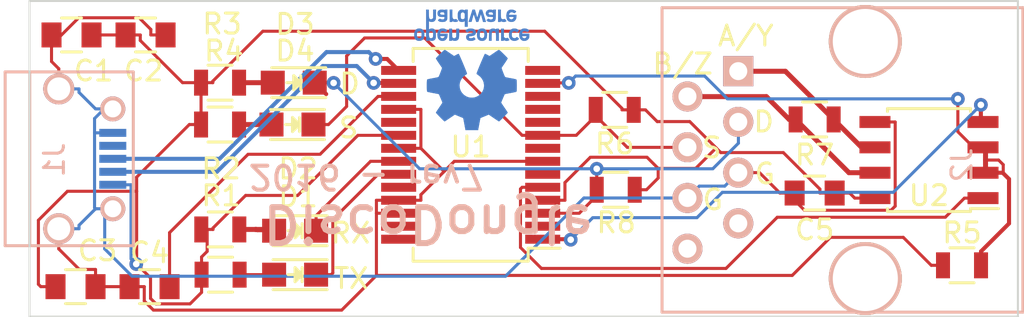
<source format=kicad_pcb>
(kicad_pcb (version 20171130) (host pcbnew "(5.1.12)-1")

  (general
    (thickness 1.6)
    (drawings 14)
    (tracks 283)
    (zones 0)
    (modules 22)
    (nets 31)
  )

  (page A4)
  (layers
    (0 F.Cu signal)
    (31 B.Cu signal)
    (32 B.Adhes user)
    (33 F.Adhes user)
    (34 B.Paste user)
    (35 F.Paste user)
    (36 B.SilkS user)
    (37 F.SilkS user)
    (38 B.Mask user)
    (39 F.Mask user)
    (40 Dwgs.User user)
    (41 Cmts.User user)
    (42 Eco1.User user)
    (43 Eco2.User user)
    (44 Edge.Cuts user)
    (45 Margin user)
    (46 B.CrtYd user)
    (47 F.CrtYd user)
    (48 B.Fab user)
    (49 F.Fab user)
  )

  (setup
    (last_trace_width 0.1524)
    (user_trace_width 0.2032)
    (trace_clearance 0.16)
    (zone_clearance 0.16)
    (zone_45_only no)
    (trace_min 0.1524)
    (via_size 0.6858)
    (via_drill 0.3302)
    (via_min_size 0.6858)
    (via_min_drill 0.3302)
    (uvia_size 0.762)
    (uvia_drill 0.508)
    (uvias_allowed no)
    (uvia_min_size 0)
    (uvia_min_drill 0)
    (edge_width 0.1)
    (segment_width 0.2)
    (pcb_text_width 0.3)
    (pcb_text_size 1.5 1.5)
    (mod_edge_width 0.15)
    (mod_text_size 1 1)
    (mod_text_width 0.15)
    (pad_size 1.5 1.5)
    (pad_drill 0.6)
    (pad_to_mask_clearance 0)
    (aux_axis_origin 0 0)
    (grid_origin 205.232 104.394)
    (visible_elements 7FFFFFFF)
    (pcbplotparams
      (layerselection 0x010f8_80000001)
      (usegerberextensions true)
      (usegerberattributes true)
      (usegerberadvancedattributes true)
      (creategerberjobfile true)
      (excludeedgelayer true)
      (linewidth 0.100000)
      (plotframeref false)
      (viasonmask false)
      (mode 1)
      (useauxorigin false)
      (hpglpennumber 1)
      (hpglpenspeed 20)
      (hpglpendiameter 15.000000)
      (psnegative false)
      (psa4output false)
      (plotreference true)
      (plotvalue true)
      (plotinvisibletext false)
      (padsonsilk false)
      (subtractmaskfromsilk false)
      (outputformat 1)
      (mirror false)
      (drillshape 0)
      (scaleselection 1)
      (outputdirectory "../Gerbers/"))
  )

  (net 0 "")
  (net 1 +5V)
  (net 2 GND)
  (net 3 "Net-(C4-Pad1)")
  (net 4 "Net-(D1-Pad2)")
  (net 5 TXLED)
  (net 6 "Net-(D2-Pad2)")
  (net 7 RXLED)
  (net 8 "Net-(D3-Pad2)")
  (net 9 Daisy)
  (net 10 "Net-(D4-Pad2)")
  (net 11 Signal)
  (net 12 "Net-(J1-Pad2)")
  (net 13 "Net-(U1-Pad2)")
  (net 14 "Net-(U1-Pad6)")
  (net 15 "Net-(U1-Pad12)")
  (net 16 "Net-(U1-Pad14)")
  (net 17 "Net-(U1-Pad19)")
  (net 18 "Net-(U1-Pad27)")
  (net 19 "Net-(U1-Pad28)")
  (net 20 "Net-(R5-Pad1)")
  (net 21 "Net-(U1-Pad11)")
  (net 22 "Net-(U1-Pad1)")
  (net 23 "Net-(U1-Pad5)")
  (net 24 "Net-(U1-Pad10)")
  (net 25 "Net-(J1-Pad3)")
  (net 26 "Net-(J2-Pad1)")
  (net 27 "Net-(J2-Pad2)")
  (net 28 "Net-(J2-Pad7)")
  (net 29 "Net-(J2-Pad8)")
  (net 30 "Net-(J1-Pad4)")

  (net_class Default "This is the default net class."
    (clearance 0.16)
    (trace_width 0.1524)
    (via_dia 0.6858)
    (via_drill 0.3302)
    (uvia_dia 0.762)
    (uvia_drill 0.508)
    (add_net +5V)
    (add_net Daisy)
    (add_net GND)
    (add_net "Net-(C4-Pad1)")
    (add_net "Net-(D1-Pad2)")
    (add_net "Net-(D2-Pad2)")
    (add_net "Net-(D3-Pad2)")
    (add_net "Net-(D4-Pad2)")
    (add_net "Net-(J1-Pad2)")
    (add_net "Net-(J1-Pad3)")
    (add_net "Net-(J1-Pad4)")
    (add_net "Net-(J2-Pad1)")
    (add_net "Net-(J2-Pad2)")
    (add_net "Net-(J2-Pad7)")
    (add_net "Net-(J2-Pad8)")
    (add_net "Net-(R5-Pad1)")
    (add_net "Net-(U1-Pad1)")
    (add_net "Net-(U1-Pad10)")
    (add_net "Net-(U1-Pad11)")
    (add_net "Net-(U1-Pad12)")
    (add_net "Net-(U1-Pad14)")
    (add_net "Net-(U1-Pad19)")
    (add_net "Net-(U1-Pad2)")
    (add_net "Net-(U1-Pad27)")
    (add_net "Net-(U1-Pad28)")
    (add_net "Net-(U1-Pad5)")
    (add_net "Net-(U1-Pad6)")
    (add_net RXLED)
    (add_net Signal)
    (add_net TXLED)
  )

  (module Resistors_SMD:R_0805 (layer F.Cu) (tedit 577A1C54) (tstamp 5779F21E)
    (at 155.956 103.378)
    (descr "Resistor SMD 0805, reflow soldering, Vishay (see dcrcw.pdf)")
    (tags "resistor 0805")
    (path /57490EAE)
    (attr smd)
    (fp_text reference R4 (at 0.1905 -3.683) (layer F.SilkS)
      (effects (font (size 1 1) (thickness 0.15)))
    )
    (fp_text value 200 (at 0 2.1) (layer F.Fab) hide
      (effects (font (size 1 1) (thickness 0.15)))
    )
    (fp_line (start -0.6 -0.875) (end 0.6 -0.875) (layer F.SilkS) (width 0.15))
    (fp_line (start 0.6 0.875) (end -0.6 0.875) (layer F.SilkS) (width 0.15))
    (fp_line (start 1.6 -1) (end 1.6 1) (layer F.CrtYd) (width 0.05))
    (fp_line (start -1.6 -1) (end -1.6 1) (layer F.CrtYd) (width 0.05))
    (fp_line (start -1.6 1) (end 1.6 1) (layer F.CrtYd) (width 0.05))
    (fp_line (start -1.6 -1) (end 1.6 -1) (layer F.CrtYd) (width 0.05))
    (pad 1 smd rect (at -0.95 0) (size 0.7 1.3) (layers F.Cu F.Paste F.Mask)
      (net 1 +5V))
    (pad 2 smd rect (at 0.95 0) (size 0.7 1.3) (layers F.Cu F.Paste F.Mask)
      (net 10 "Net-(D4-Pad2)"))
    (model Resistors_SMD.3dshapes/R_0805.wrl
      (at (xyz 0 0 0))
      (scale (xyz 1 1 1))
      (rotate (xyz 0 0 0))
    )
  )

  (module LEDs:LED_0805 (layer F.Cu) (tedit 577A1D7E) (tstamp 5779F199)
    (at 159.707 108.694 180)
    (descr "LED 0805 smd package")
    (tags "LED 0805 SMD")
    (path /5746A53E)
    (attr smd)
    (fp_text reference D2 (at -0.15 3.1 180) (layer F.SilkS)
      (effects (font (size 1 1) (thickness 0.15)))
    )
    (fp_text value RX (at -2.7686 -0.1143 180) (layer F.SilkS)
      (effects (font (size 1 1) (thickness 0.15)))
    )
    (fp_line (start -1.9 -0.95) (end 1.9 -0.95) (layer F.CrtYd) (width 0.05))
    (fp_line (start -1.9 0.95) (end -1.9 -0.95) (layer F.CrtYd) (width 0.05))
    (fp_line (start 1.9 0.95) (end -1.9 0.95) (layer F.CrtYd) (width 0.05))
    (fp_line (start 1.9 -0.95) (end 1.9 0.95) (layer F.CrtYd) (width 0.05))
    (fp_line (start 0 0.35) (end -0.35 0) (layer F.SilkS) (width 0.15))
    (fp_line (start 0 -0.35) (end 0 0.35) (layer F.SilkS) (width 0.15))
    (fp_line (start -0.35 0) (end 0 -0.35) (layer F.SilkS) (width 0.15))
    (fp_line (start 0 0) (end 0.35 0) (layer F.SilkS) (width 0.15))
    (fp_line (start -0.35 -0.35) (end -0.35 0.35) (layer F.SilkS) (width 0.15))
    (fp_line (start -0.1 -0.1) (end -0.25 0.05) (layer F.SilkS) (width 0.15))
    (fp_line (start -0.1 0.15) (end -0.1 -0.1) (layer F.SilkS) (width 0.15))
    (fp_line (start -1.6 -0.75) (end 1.1 -0.75) (layer F.SilkS) (width 0.15))
    (fp_line (start -1.6 0.75) (end 1.1 0.75) (layer F.SilkS) (width 0.15))
    (pad 2 smd rect (at 1.04902 0) (size 1.19888 1.19888) (layers F.Cu F.Paste F.Mask)
      (net 6 "Net-(D2-Pad2)"))
    (pad 1 smd rect (at -1.04902 0) (size 1.19888 1.19888) (layers F.Cu F.Paste F.Mask)
      (net 7 RXLED))
    (model LEDs.3dshapes/LED_0805.wrl
      (at (xyz 0 0 0))
      (scale (xyz 1 1 1))
      (rotate (xyz 0 0 0))
    )
  )

  (module LEDs:LED_0805 (layer F.Cu) (tedit 577A1D83) (tstamp 5779F186)
    (at 159.707 110.894 180)
    (descr "LED 0805 smd package")
    (tags "LED 0805 SMD")
    (path /5746A4EF)
    (attr smd)
    (fp_text reference D1 (at -0.15 3.9 180) (layer F.SilkS)
      (effects (font (size 1 1) (thickness 0.15)))
    )
    (fp_text value TX (at -2.794 -0.1905 180) (layer F.SilkS)
      (effects (font (size 1 1) (thickness 0.15)))
    )
    (fp_line (start -1.9 -0.95) (end 1.9 -0.95) (layer F.CrtYd) (width 0.05))
    (fp_line (start -1.9 0.95) (end -1.9 -0.95) (layer F.CrtYd) (width 0.05))
    (fp_line (start 1.9 0.95) (end -1.9 0.95) (layer F.CrtYd) (width 0.05))
    (fp_line (start 1.9 -0.95) (end 1.9 0.95) (layer F.CrtYd) (width 0.05))
    (fp_line (start 0 0.35) (end -0.35 0) (layer F.SilkS) (width 0.15))
    (fp_line (start 0 -0.35) (end 0 0.35) (layer F.SilkS) (width 0.15))
    (fp_line (start -0.35 0) (end 0 -0.35) (layer F.SilkS) (width 0.15))
    (fp_line (start 0 0) (end 0.35 0) (layer F.SilkS) (width 0.15))
    (fp_line (start -0.35 -0.35) (end -0.35 0.35) (layer F.SilkS) (width 0.15))
    (fp_line (start -0.1 -0.1) (end -0.25 0.05) (layer F.SilkS) (width 0.15))
    (fp_line (start -0.1 0.15) (end -0.1 -0.1) (layer F.SilkS) (width 0.15))
    (fp_line (start -1.6 -0.75) (end 1.1 -0.75) (layer F.SilkS) (width 0.15))
    (fp_line (start -1.6 0.75) (end 1.1 0.75) (layer F.SilkS) (width 0.15))
    (pad 2 smd rect (at 1.04902 0) (size 1.19888 1.19888) (layers F.Cu F.Paste F.Mask)
      (net 4 "Net-(D1-Pad2)"))
    (pad 1 smd rect (at -1.04902 0) (size 1.19888 1.19888) (layers F.Cu F.Paste F.Mask)
      (net 5 TXLED))
    (model LEDs.3dshapes/LED_0805.wrl
      (at (xyz 0 0 0))
      (scale (xyz 1 1 1))
      (rotate (xyz 0 0 0))
    )
  )

  (module Resistors_SMD:R_0805 (layer F.Cu) (tedit 577A1BE3) (tstamp 5779F206)
    (at 155.982 110.894)
    (descr "Resistor SMD 0805, reflow soldering, Vishay (see dcrcw.pdf)")
    (tags "resistor 0805")
    (path /5746A6E4)
    (attr smd)
    (fp_text reference R1 (at 0.025 -3.95) (layer F.SilkS)
      (effects (font (size 1 1) (thickness 0.15)))
    )
    (fp_text value 200 (at 0 2.1) (layer F.Fab) hide
      (effects (font (size 1 1) (thickness 0.15)))
    )
    (fp_line (start -0.6 -0.875) (end 0.6 -0.875) (layer F.SilkS) (width 0.15))
    (fp_line (start 0.6 0.875) (end -0.6 0.875) (layer F.SilkS) (width 0.15))
    (fp_line (start 1.6 -1) (end 1.6 1) (layer F.CrtYd) (width 0.05))
    (fp_line (start -1.6 -1) (end -1.6 1) (layer F.CrtYd) (width 0.05))
    (fp_line (start -1.6 1) (end 1.6 1) (layer F.CrtYd) (width 0.05))
    (fp_line (start -1.6 -1) (end 1.6 -1) (layer F.CrtYd) (width 0.05))
    (pad 1 smd rect (at -0.95 0) (size 0.7 1.3) (layers F.Cu F.Paste F.Mask)
      (net 1 +5V))
    (pad 2 smd rect (at 0.95 0) (size 0.7 1.3) (layers F.Cu F.Paste F.Mask)
      (net 4 "Net-(D1-Pad2)"))
    (model Resistors_SMD.3dshapes/R_0805.wrl
      (at (xyz 0 0 0))
      (scale (xyz 1 1 1))
      (rotate (xyz 0 0 0))
    )
  )

  (module Resistors_SMD:R_0805 (layer F.Cu) (tedit 577A1D58) (tstamp 5779F212)
    (at 155.968 108.63)
    (descr "Resistor SMD 0805, reflow soldering, Vishay (see dcrcw.pdf)")
    (tags "resistor 0805")
    (path /5746A771)
    (attr smd)
    (fp_text reference R2 (at 0.0395 -3.0365) (layer F.SilkS)
      (effects (font (size 1 1) (thickness 0.15)))
    )
    (fp_text value 200 (at 0 2.1) (layer F.Fab) hide
      (effects (font (size 1 1) (thickness 0.15)))
    )
    (fp_line (start -0.6 -0.875) (end 0.6 -0.875) (layer F.SilkS) (width 0.15))
    (fp_line (start 0.6 0.875) (end -0.6 0.875) (layer F.SilkS) (width 0.15))
    (fp_line (start 1.6 -1) (end 1.6 1) (layer F.CrtYd) (width 0.05))
    (fp_line (start -1.6 -1) (end -1.6 1) (layer F.CrtYd) (width 0.05))
    (fp_line (start -1.6 1) (end 1.6 1) (layer F.CrtYd) (width 0.05))
    (fp_line (start -1.6 -1) (end 1.6 -1) (layer F.CrtYd) (width 0.05))
    (pad 1 smd rect (at -0.95 0) (size 0.7 1.3) (layers F.Cu F.Paste F.Mask)
      (net 1 +5V))
    (pad 2 smd rect (at 0.95 0) (size 0.7 1.3) (layers F.Cu F.Paste F.Mask)
      (net 6 "Net-(D2-Pad2)"))
    (model Resistors_SMD.3dshapes/R_0805.wrl
      (at (xyz 0 0 0))
      (scale (xyz 1 1 1))
      (rotate (xyz 0 0 0))
    )
  )

  (module Capacitors_SMD:C_0805 (layer F.Cu) (tedit 5779F73A) (tstamp 5779F143)
    (at 148.532 98.894 180)
    (descr "Capacitor SMD 0805, reflow soldering, AVX (see smccp.pdf)")
    (tags "capacitor 0805")
    (path /5746D4DF)
    (attr smd)
    (fp_text reference C1 (at -1.1 -1.8 180) (layer F.SilkS)
      (effects (font (size 1 1) (thickness 0.15)))
    )
    (fp_text value 100nF (at 0 2.1 180) (layer F.Fab) hide
      (effects (font (size 1 1) (thickness 0.15)))
    )
    (fp_line (start -0.5 0.85) (end 0.5 0.85) (layer F.SilkS) (width 0.15))
    (fp_line (start 0.5 -0.85) (end -0.5 -0.85) (layer F.SilkS) (width 0.15))
    (fp_line (start 1.8 -1) (end 1.8 1) (layer F.CrtYd) (width 0.05))
    (fp_line (start -1.8 -1) (end -1.8 1) (layer F.CrtYd) (width 0.05))
    (fp_line (start -1.8 1) (end 1.8 1) (layer F.CrtYd) (width 0.05))
    (fp_line (start -1.8 -1) (end 1.8 -1) (layer F.CrtYd) (width 0.05))
    (pad 1 smd rect (at -1 0 180) (size 1 1.25) (layers F.Cu F.Paste F.Mask)
      (net 1 +5V))
    (pad 2 smd rect (at 1 0 180) (size 1 1.25) (layers F.Cu F.Paste F.Mask)
      (net 2 GND))
    (model Capacitors_SMD.3dshapes/C_0805.wrl
      (at (xyz 0 0 0))
      (scale (xyz 1 1 1))
      (rotate (xyz 0 0 0))
    )
  )

  (module Capacitors_SMD:C_0805 (layer F.Cu) (tedit 5779F73F) (tstamp 5779F14F)
    (at 152.232 98.894)
    (descr "Capacitor SMD 0805, reflow soldering, AVX (see smccp.pdf)")
    (tags "capacitor 0805")
    (path /5746D51B)
    (attr smd)
    (fp_text reference C2 (at -0.1 1.8) (layer F.SilkS)
      (effects (font (size 1 1) (thickness 0.15)))
    )
    (fp_text value 4.7uF (at 0 2.1) (layer F.Fab) hide
      (effects (font (size 1 1) (thickness 0.15)))
    )
    (fp_line (start -0.5 0.85) (end 0.5 0.85) (layer F.SilkS) (width 0.15))
    (fp_line (start 0.5 -0.85) (end -0.5 -0.85) (layer F.SilkS) (width 0.15))
    (fp_line (start 1.8 -1) (end 1.8 1) (layer F.CrtYd) (width 0.05))
    (fp_line (start -1.8 -1) (end -1.8 1) (layer F.CrtYd) (width 0.05))
    (fp_line (start -1.8 1) (end 1.8 1) (layer F.CrtYd) (width 0.05))
    (fp_line (start -1.8 -1) (end 1.8 -1) (layer F.CrtYd) (width 0.05))
    (pad 1 smd rect (at -1 0) (size 1 1.25) (layers F.Cu F.Paste F.Mask)
      (net 1 +5V))
    (pad 2 smd rect (at 1 0) (size 1 1.25) (layers F.Cu F.Paste F.Mask)
      (net 2 GND))
    (model Capacitors_SMD.3dshapes/C_0805.wrl
      (at (xyz 0 0 0))
      (scale (xyz 1 1 1))
      (rotate (xyz 0 0 0))
    )
  )

  (module Capacitors_SMD:C_0805 (layer F.Cu) (tedit 5779F744) (tstamp 5779F15B)
    (at 148.732 111.494)
    (descr "Capacitor SMD 0805, reflow soldering, AVX (see smccp.pdf)")
    (tags "capacitor 0805")
    (path /5746D054)
    (attr smd)
    (fp_text reference C3 (at 1.1 -1.8) (layer F.SilkS)
      (effects (font (size 1 1) (thickness 0.15)))
    )
    (fp_text value 10nF (at 0 2.1) (layer F.Fab) hide
      (effects (font (size 1 1) (thickness 0.15)))
    )
    (fp_line (start -0.5 0.85) (end 0.5 0.85) (layer F.SilkS) (width 0.15))
    (fp_line (start 0.5 -0.85) (end -0.5 -0.85) (layer F.SilkS) (width 0.15))
    (fp_line (start 1.8 -1) (end 1.8 1) (layer F.CrtYd) (width 0.05))
    (fp_line (start -1.8 -1) (end -1.8 1) (layer F.CrtYd) (width 0.05))
    (fp_line (start -1.8 1) (end 1.8 1) (layer F.CrtYd) (width 0.05))
    (fp_line (start -1.8 -1) (end 1.8 -1) (layer F.CrtYd) (width 0.05))
    (pad 1 smd rect (at -1 0) (size 1 1.25) (layers F.Cu F.Paste F.Mask)
      (net 1 +5V))
    (pad 2 smd rect (at 1 0) (size 1 1.25) (layers F.Cu F.Paste F.Mask)
      (net 2 GND))
    (model Capacitors_SMD.3dshapes/C_0805.wrl
      (at (xyz 0 0 0))
      (scale (xyz 1 1 1))
      (rotate (xyz 0 0 0))
    )
  )

  (module Capacitors_SMD:C_0805 (layer F.Cu) (tedit 5779F74C) (tstamp 5779F167)
    (at 152.432 111.494 180)
    (descr "Capacitor SMD 0805, reflow soldering, AVX (see smccp.pdf)")
    (tags "capacitor 0805")
    (path /5746911C)
    (attr smd)
    (fp_text reference C4 (at 0 1.7 180) (layer F.SilkS)
      (effects (font (size 1 1) (thickness 0.15)))
    )
    (fp_text value 100nF (at 0 2.1 180) (layer F.Fab) hide
      (effects (font (size 1 1) (thickness 0.15)))
    )
    (fp_line (start -0.5 0.85) (end 0.5 0.85) (layer F.SilkS) (width 0.15))
    (fp_line (start 0.5 -0.85) (end -0.5 -0.85) (layer F.SilkS) (width 0.15))
    (fp_line (start 1.8 -1) (end 1.8 1) (layer F.CrtYd) (width 0.05))
    (fp_line (start -1.8 -1) (end -1.8 1) (layer F.CrtYd) (width 0.05))
    (fp_line (start -1.8 1) (end 1.8 1) (layer F.CrtYd) (width 0.05))
    (fp_line (start -1.8 -1) (end 1.8 -1) (layer F.CrtYd) (width 0.05))
    (pad 1 smd rect (at -1 0 180) (size 1 1.25) (layers F.Cu F.Paste F.Mask)
      (net 3 "Net-(C4-Pad1)"))
    (pad 2 smd rect (at 1 0 180) (size 1 1.25) (layers F.Cu F.Paste F.Mask)
      (net 2 GND))
    (model Capacitors_SMD.3dshapes/C_0805.wrl
      (at (xyz 0 0 0))
      (scale (xyz 1 1 1))
      (rotate (xyz 0 0 0))
    )
  )

  (module Capacitors_SMD:C_0805 (layer F.Cu) (tedit 577A17A2) (tstamp 5779F173)
    (at 185.674 106.807 180)
    (descr "Capacitor SMD 0805, reflow soldering, AVX (see smccp.pdf)")
    (tags "capacitor 0805")
    (path /5746C982)
    (attr smd)
    (fp_text reference C5 (at 0 -1.8415 180) (layer F.SilkS)
      (effects (font (size 1 1) (thickness 0.15)))
    )
    (fp_text value 100nF (at 0 2.1 180) (layer F.Fab) hide
      (effects (font (size 1 1) (thickness 0.15)))
    )
    (fp_line (start -0.5 0.85) (end 0.5 0.85) (layer F.SilkS) (width 0.15))
    (fp_line (start 0.5 -0.85) (end -0.5 -0.85) (layer F.SilkS) (width 0.15))
    (fp_line (start 1.8 -1) (end 1.8 1) (layer F.CrtYd) (width 0.05))
    (fp_line (start -1.8 -1) (end -1.8 1) (layer F.CrtYd) (width 0.05))
    (fp_line (start -1.8 1) (end 1.8 1) (layer F.CrtYd) (width 0.05))
    (fp_line (start -1.8 -1) (end 1.8 -1) (layer F.CrtYd) (width 0.05))
    (pad 1 smd rect (at -1 0 180) (size 1 1.25) (layers F.Cu F.Paste F.Mask)
      (net 1 +5V))
    (pad 2 smd rect (at 1 0 180) (size 1 1.25) (layers F.Cu F.Paste F.Mask)
      (net 2 GND))
    (model Capacitors_SMD.3dshapes/C_0805.wrl
      (at (xyz 0 0 0))
      (scale (xyz 1 1 1))
      (rotate (xyz 0 0 0))
    )
  )

  (module LEDs:LED_0805 (layer F.Cu) (tedit 580AFA55) (tstamp 5779F1AC)
    (at 159.639 101.282 180)
    (descr "LED 0805 smd package")
    (tags "LED 0805 SMD")
    (path /5748F519)
    (attr smd)
    (fp_text reference D3 (at -0.0635 2.921 180) (layer F.SilkS)
      (effects (font (size 1 1) (thickness 0.15)))
    )
    (fp_text value Daisy (at -2.718 -0.0115 180) (layer F.SilkS) hide
      (effects (font (size 1 1) (thickness 0.15)))
    )
    (fp_line (start -1.9 -0.95) (end 1.9 -0.95) (layer F.CrtYd) (width 0.05))
    (fp_line (start -1.9 0.95) (end -1.9 -0.95) (layer F.CrtYd) (width 0.05))
    (fp_line (start 1.9 0.95) (end -1.9 0.95) (layer F.CrtYd) (width 0.05))
    (fp_line (start 1.9 -0.95) (end 1.9 0.95) (layer F.CrtYd) (width 0.05))
    (fp_line (start 0 0.35) (end -0.35 0) (layer F.SilkS) (width 0.15))
    (fp_line (start 0 -0.35) (end 0 0.35) (layer F.SilkS) (width 0.15))
    (fp_line (start -0.35 0) (end 0 -0.35) (layer F.SilkS) (width 0.15))
    (fp_line (start 0 0) (end 0.35 0) (layer F.SilkS) (width 0.15))
    (fp_line (start -0.35 -0.35) (end -0.35 0.35) (layer F.SilkS) (width 0.15))
    (fp_line (start -0.1 -0.1) (end -0.25 0.05) (layer F.SilkS) (width 0.15))
    (fp_line (start -0.1 0.15) (end -0.1 -0.1) (layer F.SilkS) (width 0.15))
    (fp_line (start -1.6 -0.75) (end 1.1 -0.75) (layer F.SilkS) (width 0.15))
    (fp_line (start -1.6 0.75) (end 1.1 0.75) (layer F.SilkS) (width 0.15))
    (pad 2 smd rect (at 1.04902 0) (size 1.19888 1.19888) (layers F.Cu F.Paste F.Mask)
      (net 8 "Net-(D3-Pad2)"))
    (pad 1 smd rect (at -1.04902 0) (size 1.19888 1.19888) (layers F.Cu F.Paste F.Mask)
      (net 9 Daisy))
    (model LEDs.3dshapes/LED_0805.wrl
      (at (xyz 0 0 0))
      (scale (xyz 1 1 1))
      (rotate (xyz 0 0 0))
    )
  )

  (module LEDs:LED_0805 (layer F.Cu) (tedit 580AFA6D) (tstamp 5779F1BF)
    (at 159.576 103.378 180)
    (descr "LED 0805 smd package")
    (tags "LED 0805 SMD")
    (path /57490E65)
    (attr smd)
    (fp_text reference D4 (at -0.127 3.683 180) (layer F.SilkS)
      (effects (font (size 1 1) (thickness 0.15)))
    )
    (fp_text value Signal (at -2.7565 -0.041 180) (layer F.SilkS) hide
      (effects (font (size 1 1) (thickness 0.15)))
    )
    (fp_line (start -1.9 -0.95) (end 1.9 -0.95) (layer F.CrtYd) (width 0.05))
    (fp_line (start -1.9 0.95) (end -1.9 -0.95) (layer F.CrtYd) (width 0.05))
    (fp_line (start 1.9 0.95) (end -1.9 0.95) (layer F.CrtYd) (width 0.05))
    (fp_line (start 1.9 -0.95) (end 1.9 0.95) (layer F.CrtYd) (width 0.05))
    (fp_line (start 0 0.35) (end -0.35 0) (layer F.SilkS) (width 0.15))
    (fp_line (start 0 -0.35) (end 0 0.35) (layer F.SilkS) (width 0.15))
    (fp_line (start -0.35 0) (end 0 -0.35) (layer F.SilkS) (width 0.15))
    (fp_line (start 0 0) (end 0.35 0) (layer F.SilkS) (width 0.15))
    (fp_line (start -0.35 -0.35) (end -0.35 0.35) (layer F.SilkS) (width 0.15))
    (fp_line (start -0.1 -0.1) (end -0.25 0.05) (layer F.SilkS) (width 0.15))
    (fp_line (start -0.1 0.15) (end -0.1 -0.1) (layer F.SilkS) (width 0.15))
    (fp_line (start -1.6 -0.75) (end 1.1 -0.75) (layer F.SilkS) (width 0.15))
    (fp_line (start -1.6 0.75) (end 1.1 0.75) (layer F.SilkS) (width 0.15))
    (pad 2 smd rect (at 1.04902 0) (size 1.19888 1.19888) (layers F.Cu F.Paste F.Mask)
      (net 10 "Net-(D4-Pad2)"))
    (pad 1 smd rect (at -1.04902 0) (size 1.19888 1.19888) (layers F.Cu F.Paste F.Mask)
      (net 11 Signal))
    (model LEDs.3dshapes/LED_0805.wrl
      (at (xyz 0 0 0))
      (scale (xyz 1 1 1))
      (rotate (xyz 0 0 0))
    )
  )

  (module Resistors_SMD:R_0805 (layer F.Cu) (tedit 577A105C) (tstamp 5779F22A)
    (at 193.04 110.426 180)
    (descr "Resistor SMD 0805, reflow soldering, Vishay (see dcrcw.pdf)")
    (tags "resistor 0805")
    (path /574695A2)
    (attr smd)
    (fp_text reference R5 (at 0 1.6256) (layer F.SilkS)
      (effects (font (size 1 1) (thickness 0.15)))
    )
    (fp_text value 20k (at 0 2.1 180) (layer F.Fab) hide
      (effects (font (size 1 1) (thickness 0.15)))
    )
    (fp_line (start -0.6 -0.875) (end 0.6 -0.875) (layer F.SilkS) (width 0.15))
    (fp_line (start 0.6 0.875) (end -0.6 0.875) (layer F.SilkS) (width 0.15))
    (fp_line (start 1.6 -1) (end 1.6 1) (layer F.CrtYd) (width 0.05))
    (fp_line (start -1.6 -1) (end -1.6 1) (layer F.CrtYd) (width 0.05))
    (fp_line (start -1.6 1) (end 1.6 1) (layer F.CrtYd) (width 0.05))
    (fp_line (start -1.6 -1) (end 1.6 -1) (layer F.CrtYd) (width 0.05))
    (pad 1 smd rect (at -0.95 0 180) (size 0.7 1.3) (layers F.Cu F.Paste F.Mask)
      (net 20 "Net-(R5-Pad1)"))
    (pad 2 smd rect (at 0.95 0 180) (size 0.7 1.3) (layers F.Cu F.Paste F.Mask)
      (net 2 GND))
    (model Resistors_SMD.3dshapes/R_0805.wrl
      (at (xyz 0 0 0))
      (scale (xyz 1 1 1))
      (rotate (xyz 0 0 0))
    )
  )

  (module Resistors_SMD:R_0805 (layer F.Cu) (tedit 577A13F7) (tstamp 5779F236)
    (at 175.682 102.644 180)
    (descr "Resistor SMD 0805, reflow soldering, Vishay (see dcrcw.pdf)")
    (tags "resistor 0805")
    (path /5765F021)
    (attr smd)
    (fp_text reference R6 (at 0 -1.7 180) (layer F.SilkS)
      (effects (font (size 1 1) (thickness 0.15)))
    )
    (fp_text value 20k (at 0 2.1 180) (layer F.Fab) hide
      (effects (font (size 1 1) (thickness 0.15)))
    )
    (fp_line (start -0.6 -0.875) (end 0.6 -0.875) (layer F.SilkS) (width 0.15))
    (fp_line (start 0.6 0.875) (end -0.6 0.875) (layer F.SilkS) (width 0.15))
    (fp_line (start 1.6 -1) (end 1.6 1) (layer F.CrtYd) (width 0.05))
    (fp_line (start -1.6 -1) (end -1.6 1) (layer F.CrtYd) (width 0.05))
    (fp_line (start -1.6 1) (end 1.6 1) (layer F.CrtYd) (width 0.05))
    (fp_line (start -1.6 -1) (end 1.6 -1) (layer F.CrtYd) (width 0.05))
    (pad 1 smd rect (at -0.95 0 180) (size 0.7 1.3) (layers F.Cu F.Paste F.Mask)
      (net 1 +5V))
    (pad 2 smd rect (at 0.95 0 180) (size 0.7 1.3) (layers F.Cu F.Paste F.Mask)
      (net 11 Signal))
    (model Resistors_SMD.3dshapes/R_0805.wrl
      (at (xyz 0 0 0))
      (scale (xyz 1 1 1))
      (rotate (xyz 0 0 0))
    )
  )

  (module Resistors_SMD:R_0805 (layer F.Cu) (tedit 577A0DED) (tstamp 5779F242)
    (at 185.674 103.124)
    (descr "Resistor SMD 0805, reflow soldering, Vishay (see dcrcw.pdf)")
    (tags "resistor 0805")
    (path /5746B006)
    (attr smd)
    (fp_text reference R7 (at 0 1.778 180) (layer F.SilkS)
      (effects (font (size 1 1) (thickness 0.15)))
    )
    (fp_text value 120 (at 0 2.1) (layer F.Fab) hide
      (effects (font (size 1 1) (thickness 0.15)))
    )
    (fp_line (start -0.6 -0.875) (end 0.6 -0.875) (layer F.SilkS) (width 0.15))
    (fp_line (start 0.6 0.875) (end -0.6 0.875) (layer F.SilkS) (width 0.15))
    (fp_line (start 1.6 -1) (end 1.6 1) (layer F.CrtYd) (width 0.05))
    (fp_line (start -1.6 -1) (end -1.6 1) (layer F.CrtYd) (width 0.05))
    (fp_line (start -1.6 1) (end 1.6 1) (layer F.CrtYd) (width 0.05))
    (fp_line (start -1.6 -1) (end 1.6 -1) (layer F.CrtYd) (width 0.05))
    (pad 1 smd rect (at -0.95 0) (size 0.7 1.3) (layers F.Cu F.Paste F.Mask)
      (net 27 "Net-(J2-Pad2)"))
    (pad 2 smd rect (at 0.95 0) (size 0.7 1.3) (layers F.Cu F.Paste F.Mask)
      (net 26 "Net-(J2-Pad1)"))
    (model Resistors_SMD.3dshapes/R_0805.wrl
      (at (xyz 0 0 0))
      (scale (xyz 1 1 1))
      (rotate (xyz 0 0 0))
    )
  )

  (module Resistors_SMD:R_0805 (layer F.Cu) (tedit 577A13F3) (tstamp 5779F24E)
    (at 175.732 106.644 180)
    (descr "Resistor SMD 0805, reflow soldering, Vishay (see dcrcw.pdf)")
    (tags "resistor 0805")
    (path /5747F3E8)
    (attr smd)
    (fp_text reference R8 (at -0.0254 -1.651 180) (layer F.SilkS)
      (effects (font (size 1 1) (thickness 0.15)))
    )
    (fp_text value 20k (at 0 2.1 180) (layer F.Fab) hide
      (effects (font (size 1 1) (thickness 0.15)))
    )
    (fp_line (start -0.6 -0.875) (end 0.6 -0.875) (layer F.SilkS) (width 0.15))
    (fp_line (start 0.6 0.875) (end -0.6 0.875) (layer F.SilkS) (width 0.15))
    (fp_line (start 1.6 -1) (end 1.6 1) (layer F.CrtYd) (width 0.05))
    (fp_line (start -1.6 -1) (end -1.6 1) (layer F.CrtYd) (width 0.05))
    (fp_line (start -1.6 1) (end 1.6 1) (layer F.CrtYd) (width 0.05))
    (fp_line (start -1.6 -1) (end 1.6 -1) (layer F.CrtYd) (width 0.05))
    (pad 1 smd rect (at -0.95 0 180) (size 0.7 1.3) (layers F.Cu F.Paste F.Mask)
      (net 1 +5V))
    (pad 2 smd rect (at 0.95 0 180) (size 0.7 1.3) (layers F.Cu F.Paste F.Mask)
      (net 9 Daisy))
    (model Resistors_SMD.3dshapes/R_0805.wrl
      (at (xyz 0 0 0))
      (scale (xyz 1 1 1))
      (rotate (xyz 0 0 0))
    )
  )

  (module Housings_SSOP:SSOP-28_5.3x10.2mm_Pitch0.65mm (layer F.Cu) (tedit 5779FB0C) (tstamp 5779F285)
    (at 168.482 104.894 180)
    (descr "28-Lead Plastic Shrink Small Outline (SS)-5.30 mm Body [SSOP] (see Microchip Packaging Specification 00000049BS.pdf)")
    (tags "SSOP 0.65")
    (path /57468CE5)
    (attr smd)
    (fp_text reference U1 (at 0 0.4 180) (layer F.SilkS)
      (effects (font (size 1 1) (thickness 0.15)))
    )
    (fp_text value FT232RL (at 0 6.25 180) (layer F.Fab) hide
      (effects (font (size 1 1) (thickness 0.15)))
    )
    (fp_line (start -2.875 -4.675) (end -4.475 -4.675) (layer F.SilkS) (width 0.15))
    (fp_line (start -2.875 5.325) (end 2.875 5.325) (layer F.SilkS) (width 0.15))
    (fp_line (start -2.875 -5.325) (end 2.875 -5.325) (layer F.SilkS) (width 0.15))
    (fp_line (start -2.875 5.325) (end -2.875 4.675) (layer F.SilkS) (width 0.15))
    (fp_line (start 2.875 5.325) (end 2.875 4.675) (layer F.SilkS) (width 0.15))
    (fp_line (start 2.875 -5.325) (end 2.875 -4.675) (layer F.SilkS) (width 0.15))
    (fp_line (start -2.875 -5.325) (end -2.875 -4.675) (layer F.SilkS) (width 0.15))
    (fp_line (start -4.75 5.5) (end 4.75 5.5) (layer F.CrtYd) (width 0.05))
    (fp_line (start -4.75 -5.5) (end 4.75 -5.5) (layer F.CrtYd) (width 0.05))
    (fp_line (start 4.75 -5.5) (end 4.75 5.5) (layer F.CrtYd) (width 0.05))
    (fp_line (start -4.75 -5.5) (end -4.75 5.5) (layer F.CrtYd) (width 0.05))
    (pad 1 smd rect (at -3.6 -4.225 180) (size 1.75 0.45) (layers F.Cu F.Paste F.Mask)
      (net 22 "Net-(U1-Pad1)"))
    (pad 2 smd rect (at -3.6 -3.575 180) (size 1.75 0.45) (layers F.Cu F.Paste F.Mask)
      (net 13 "Net-(U1-Pad2)"))
    (pad 3 smd rect (at -3.6 -2.925 180) (size 1.75 0.45) (layers F.Cu F.Paste F.Mask)
      (net 9 Daisy))
    (pad 4 smd rect (at -3.6 -2.275 180) (size 1.75 0.45) (layers F.Cu F.Paste F.Mask)
      (net 1 +5V))
    (pad 5 smd rect (at -3.6 -1.625 180) (size 1.75 0.45) (layers F.Cu F.Paste F.Mask)
      (net 23 "Net-(U1-Pad5)"))
    (pad 6 smd rect (at -3.6 -0.975 180) (size 1.75 0.45) (layers F.Cu F.Paste F.Mask)
      (net 14 "Net-(U1-Pad6)"))
    (pad 7 smd rect (at -3.6 -0.325 180) (size 1.75 0.45) (layers F.Cu F.Paste F.Mask)
      (net 2 GND))
    (pad 8 smd rect (at -3.6 0.325 180) (size 1.75 0.45) (layers F.Cu F.Paste F.Mask))
    (pad 9 smd rect (at -3.6 0.975 180) (size 1.75 0.45) (layers F.Cu F.Paste F.Mask)
      (net 11 Signal))
    (pad 10 smd rect (at -3.6 1.625 180) (size 1.75 0.45) (layers F.Cu F.Paste F.Mask)
      (net 24 "Net-(U1-Pad10)"))
    (pad 11 smd rect (at -3.6 2.275 180) (size 1.75 0.45) (layers F.Cu F.Paste F.Mask)
      (net 21 "Net-(U1-Pad11)"))
    (pad 12 smd rect (at -3.6 2.925 180) (size 1.75 0.45) (layers F.Cu F.Paste F.Mask)
      (net 15 "Net-(U1-Pad12)"))
    (pad 13 smd rect (at -3.6 3.575 180) (size 1.75 0.45) (layers F.Cu F.Paste F.Mask)
      (net 20 "Net-(R5-Pad1)"))
    (pad 14 smd rect (at -3.6 4.225 180) (size 1.75 0.45) (layers F.Cu F.Paste F.Mask)
      (net 16 "Net-(U1-Pad14)"))
    (pad 15 smd rect (at 3.6 4.225 180) (size 1.75 0.45) (layers F.Cu F.Paste F.Mask)
      (net 25 "Net-(J1-Pad3)"))
    (pad 16 smd rect (at 3.6 3.575 180) (size 1.75 0.45) (layers F.Cu F.Paste F.Mask)
      (net 12 "Net-(J1-Pad2)"))
    (pad 17 smd rect (at 3.6 2.925 180) (size 1.75 0.45) (layers F.Cu F.Paste F.Mask)
      (net 3 "Net-(C4-Pad1)"))
    (pad 18 smd rect (at 3.6 2.275 180) (size 1.75 0.45) (layers F.Cu F.Paste F.Mask)
      (net 2 GND))
    (pad 19 smd rect (at 3.6 1.625 180) (size 1.75 0.45) (layers F.Cu F.Paste F.Mask)
      (net 17 "Net-(U1-Pad19)"))
    (pad 20 smd rect (at 3.6 0.975 180) (size 1.75 0.45) (layers F.Cu F.Paste F.Mask)
      (net 1 +5V))
    (pad 21 smd rect (at 3.6 0.325 180) (size 1.75 0.45) (layers F.Cu F.Paste F.Mask)
      (net 2 GND))
    (pad 22 smd rect (at 3.6 -0.325 180) (size 1.75 0.45) (layers F.Cu F.Paste F.Mask)
      (net 7 RXLED))
    (pad 23 smd rect (at 3.6 -0.975 180) (size 1.75 0.45) (layers F.Cu F.Paste F.Mask)
      (net 5 TXLED))
    (pad 24 smd rect (at 3.6 -1.625 180) (size 1.75 0.45) (layers F.Cu F.Paste F.Mask))
    (pad 25 smd rect (at 3.6 -2.275 180) (size 1.75 0.45) (layers F.Cu F.Paste F.Mask)
      (net 2 GND))
    (pad 26 smd rect (at 3.6 -2.925 180) (size 1.75 0.45) (layers F.Cu F.Paste F.Mask)
      (net 2 GND))
    (pad 27 smd rect (at 3.6 -3.575 180) (size 1.75 0.45) (layers F.Cu F.Paste F.Mask)
      (net 18 "Net-(U1-Pad27)"))
    (pad 28 smd rect (at 3.6 -4.225 180) (size 1.75 0.45) (layers F.Cu F.Paste F.Mask)
      (net 19 "Net-(U1-Pad28)"))
    (model Housings_SSOP.3dshapes/SSOP-28_5.3x10.2mm_Pitch0.65mm.wrl
      (at (xyz 0 0 0))
      (scale (xyz 1 1 1))
      (rotate (xyz 0 0 0))
    )
  )

  (module Housings_SOIC:SOIC-8_3.9x4.9mm_Pitch1.27mm (layer F.Cu) (tedit 5779F427) (tstamp 5779F29C)
    (at 191.389 105.156 180)
    (descr "8-Lead Plastic Small Outline (SN) - Narrow, 3.90 mm Body [SOIC] (see Microchip Packaging Specification 00000049BS.pdf)")
    (tags "SOIC 1.27")
    (path /57469336)
    (attr smd)
    (fp_text reference U2 (at 0 -1.778 180) (layer F.SilkS)
      (effects (font (size 1 1) (thickness 0.15)))
    )
    (fp_text value ISL81487E (at 0 3.5 180) (layer F.Fab) hide
      (effects (font (size 1 1) (thickness 0.15)))
    )
    (fp_line (start -2.075 -2.43) (end -3.475 -2.43) (layer F.SilkS) (width 0.15))
    (fp_line (start -2.075 2.575) (end 2.075 2.575) (layer F.SilkS) (width 0.15))
    (fp_line (start -2.075 -2.575) (end 2.075 -2.575) (layer F.SilkS) (width 0.15))
    (fp_line (start -2.075 2.575) (end -2.075 2.43) (layer F.SilkS) (width 0.15))
    (fp_line (start 2.075 2.575) (end 2.075 2.43) (layer F.SilkS) (width 0.15))
    (fp_line (start 2.075 -2.575) (end 2.075 -2.43) (layer F.SilkS) (width 0.15))
    (fp_line (start -2.075 -2.575) (end -2.075 -2.43) (layer F.SilkS) (width 0.15))
    (fp_line (start -3.75 2.75) (end 3.75 2.75) (layer F.CrtYd) (width 0.05))
    (fp_line (start -3.75 -2.75) (end 3.75 -2.75) (layer F.CrtYd) (width 0.05))
    (fp_line (start 3.75 -2.75) (end 3.75 2.75) (layer F.CrtYd) (width 0.05))
    (fp_line (start -3.75 -2.75) (end -3.75 2.75) (layer F.CrtYd) (width 0.05))
    (pad 1 smd rect (at -2.7 -1.905 180) (size 1.55 0.6) (layers F.Cu F.Paste F.Mask)
      (net 23 "Net-(U1-Pad5)"))
    (pad 2 smd rect (at -2.7 -0.635 180) (size 1.55 0.6) (layers F.Cu F.Paste F.Mask)
      (net 20 "Net-(R5-Pad1)"))
    (pad 3 smd rect (at -2.7 0.635 180) (size 1.55 0.6) (layers F.Cu F.Paste F.Mask)
      (net 20 "Net-(R5-Pad1)"))
    (pad 4 smd rect (at -2.7 1.905 180) (size 1.55 0.6) (layers F.Cu F.Paste F.Mask)
      (net 22 "Net-(U1-Pad1)"))
    (pad 5 smd rect (at 2.7 1.905 180) (size 1.55 0.6) (layers F.Cu F.Paste F.Mask)
      (net 2 GND))
    (pad 6 smd rect (at 2.7 0.635 180) (size 1.55 0.6) (layers F.Cu F.Paste F.Mask)
      (net 26 "Net-(J2-Pad1)"))
    (pad 7 smd rect (at 2.7 -0.635 180) (size 1.55 0.6) (layers F.Cu F.Paste F.Mask)
      (net 27 "Net-(J2-Pad2)"))
    (pad 8 smd rect (at 2.7 -1.905 180) (size 1.55 0.6) (layers F.Cu F.Paste F.Mask)
      (net 1 +5V))
    (model Housings_SOIC.3dshapes/SOIC-8_3.9x4.9mm_Pitch1.27mm.wrl
      (at (xyz 0 0 0))
      (scale (xyz 1 1 1))
      (rotate (xyz 0 0 0))
    )
  )

  (module Resistors_SMD:R_0805 (layer F.Cu) (tedit 577A1C56) (tstamp 5779F878)
    (at 155.956 101.282)
    (descr "Resistor SMD 0805, reflow soldering, Vishay (see dcrcw.pdf)")
    (tags "resistor 0805")
    (path /5748F6BB)
    (attr smd)
    (fp_text reference R3 (at 0.101 -2.9385) (layer F.SilkS)
      (effects (font (size 1 1) (thickness 0.15)))
    )
    (fp_text value 200 (at 0 2.1) (layer F.Fab) hide
      (effects (font (size 1 1) (thickness 0.15)))
    )
    (fp_line (start -0.6 -0.875) (end 0.6 -0.875) (layer F.SilkS) (width 0.15))
    (fp_line (start 0.6 0.875) (end -0.6 0.875) (layer F.SilkS) (width 0.15))
    (fp_line (start 1.6 -1) (end 1.6 1) (layer F.CrtYd) (width 0.05))
    (fp_line (start -1.6 -1) (end -1.6 1) (layer F.CrtYd) (width 0.05))
    (fp_line (start -1.6 1) (end 1.6 1) (layer F.CrtYd) (width 0.05))
    (fp_line (start -1.6 -1) (end 1.6 -1) (layer F.CrtYd) (width 0.05))
    (pad 1 smd rect (at -0.95 0) (size 0.7 1.3) (layers F.Cu F.Paste F.Mask)
      (net 1 +5V))
    (pad 2 smd rect (at 0.95 0) (size 0.7 1.3) (layers F.Cu F.Paste F.Mask)
      (net 8 "Net-(D3-Pad2)"))
    (model Resistors_SMD.3dshapes/R_0805.wrl
      (at (xyz 0 0 0))
      (scale (xyz 1 1 1))
      (rotate (xyz 0 0 0))
    )
  )

  (module Symbols:OSHW-Logo_5.7x6mm_Copper (layer B.Cu) (tedit 0) (tstamp 57FDA1CC)
    (at 168.532 100.644)
    (descr "Open Source Hardware Logo")
    (tags "Logo OSHW")
    (attr virtual)
    (fp_text reference REF*** (at 0 0) (layer B.SilkS) hide
      (effects (font (size 1 1) (thickness 0.15)) (justify mirror))
    )
    (fp_text value OSHW-Logo_5.7x6mm_Copper (at 0.75 0) (layer B.Fab) hide
      (effects (font (size 1 1) (thickness 0.15)) (justify mirror))
    )
    (fp_poly (pts (xy 0.376964 2.709982) (xy 0.433812 2.40843) (xy 0.853338 2.235488) (xy 1.104984 2.406605)
      (xy 1.175458 2.45425) (xy 1.239163 2.49679) (xy 1.293126 2.532285) (xy 1.334373 2.55879)
      (xy 1.359934 2.574364) (xy 1.366895 2.577722) (xy 1.379435 2.569086) (xy 1.406231 2.545208)
      (xy 1.44428 2.509141) (xy 1.490579 2.463933) (xy 1.542123 2.412636) (xy 1.595909 2.358299)
      (xy 1.648935 2.303972) (xy 1.698195 2.252705) (xy 1.740687 2.207549) (xy 1.773407 2.171554)
      (xy 1.793351 2.14777) (xy 1.798119 2.13981) (xy 1.791257 2.125135) (xy 1.77202 2.092986)
      (xy 1.74243 2.046508) (xy 1.70451 1.988844) (xy 1.660282 1.92314) (xy 1.634654 1.885664)
      (xy 1.587941 1.817232) (xy 1.546432 1.75548) (xy 1.51214 1.703481) (xy 1.48708 1.664308)
      (xy 1.473264 1.641035) (xy 1.471188 1.636145) (xy 1.475895 1.622245) (xy 1.488723 1.58985)
      (xy 1.507738 1.543515) (xy 1.531003 1.487794) (xy 1.556584 1.427242) (xy 1.582545 1.366414)
      (xy 1.60695 1.309864) (xy 1.627863 1.262148) (xy 1.643349 1.227819) (xy 1.651472 1.211432)
      (xy 1.651952 1.210788) (xy 1.664707 1.207659) (xy 1.698677 1.200679) (xy 1.75034 1.190533)
      (xy 1.816176 1.177908) (xy 1.892664 1.163491) (xy 1.93729 1.155177) (xy 2.019021 1.139616)
      (xy 2.092843 1.124808) (xy 2.155021 1.111564) (xy 2.201822 1.100695) (xy 2.229509 1.093011)
      (xy 2.235074 1.090573) (xy 2.240526 1.07407) (xy 2.244924 1.0368) (xy 2.248272 0.98312)
      (xy 2.250574 0.917388) (xy 2.251832 0.843963) (xy 2.252048 0.767204) (xy 2.251227 0.691468)
      (xy 2.249371 0.621114) (xy 2.246482 0.5605) (xy 2.242565 0.513984) (xy 2.237622 0.485925)
      (xy 2.234657 0.480084) (xy 2.216934 0.473083) (xy 2.179381 0.463073) (xy 2.126964 0.451231)
      (xy 2.064652 0.438733) (xy 2.0429 0.43469) (xy 1.938024 0.41548) (xy 1.85518 0.400009)
      (xy 1.79163 0.387663) (xy 1.744637 0.377827) (xy 1.711463 0.369886) (xy 1.689371 0.363224)
      (xy 1.675624 0.357227) (xy 1.667484 0.351281) (xy 1.666345 0.350106) (xy 1.654977 0.331174)
      (xy 1.637635 0.294331) (xy 1.61605 0.244087) (xy 1.591954 0.184954) (xy 1.567079 0.121444)
      (xy 1.543157 0.058068) (xy 1.521919 -0.000662) (xy 1.505097 -0.050235) (xy 1.494422 -0.086139)
      (xy 1.491627 -0.103862) (xy 1.49186 -0.104483) (xy 1.501331 -0.11897) (xy 1.522818 -0.150844)
      (xy 1.554063 -0.196789) (xy 1.592807 -0.253485) (xy 1.636793 -0.317617) (xy 1.649319 -0.335842)
      (xy 1.693984 -0.401914) (xy 1.733288 -0.4622) (xy 1.765088 -0.513235) (xy 1.787245 -0.55156)
      (xy 1.797617 -0.573711) (xy 1.798119 -0.576432) (xy 1.789405 -0.590736) (xy 1.765325 -0.619072)
      (xy 1.728976 -0.658396) (xy 1.683453 -0.705661) (xy 1.631852 -0.757823) (xy 1.577267 -0.811835)
      (xy 1.522794 -0.864653) (xy 1.471529 -0.913231) (xy 1.426567 -0.954523) (xy 1.391004 -0.985485)
      (xy 1.367935 -1.00307) (xy 1.361554 -1.005941) (xy 1.346699 -0.999178) (xy 1.316286 -0.980939)
      (xy 1.275268 -0.954297) (xy 1.243709 -0.932852) (xy 1.186525 -0.893503) (xy 1.118806 -0.847171)
      (xy 1.05088 -0.800913) (xy 1.014361 -0.776155) (xy 0.890752 -0.692547) (xy 0.786991 -0.74865)
      (xy 0.73972 -0.773228) (xy 0.699523 -0.792331) (xy 0.672326 -0.803227) (xy 0.665402 -0.804743)
      (xy 0.657077 -0.793549) (xy 0.640654 -0.761917) (xy 0.617357 -0.712765) (xy 0.588414 -0.64901)
      (xy 0.55505 -0.573571) (xy 0.518491 -0.489364) (xy 0.479964 -0.399308) (xy 0.440694 -0.306321)
      (xy 0.401908 -0.21332) (xy 0.36483 -0.123223) (xy 0.330689 -0.038948) (xy 0.300708 0.036587)
      (xy 0.276116 0.100466) (xy 0.258136 0.149769) (xy 0.247997 0.181579) (xy 0.246366 0.192504)
      (xy 0.259291 0.206439) (xy 0.287589 0.22906) (xy 0.325346 0.255667) (xy 0.328515 0.257772)
      (xy 0.4261 0.335886) (xy 0.504786 0.427018) (xy 0.563891 0.528255) (xy 0.602732 0.636682)
      (xy 0.620628 0.749386) (xy 0.616897 0.863452) (xy 0.590857 0.975966) (xy 0.541825 1.084015)
      (xy 0.5274 1.107655) (xy 0.452369 1.203113) (xy 0.36373 1.279768) (xy 0.264549 1.33722)
      (xy 0.157895 1.375071) (xy 0.046836 1.392922) (xy -0.065561 1.390375) (xy -0.176227 1.36703)
      (xy -0.282094 1.32249) (xy -0.380095 1.256355) (xy -0.41041 1.229513) (xy -0.487562 1.145488)
      (xy -0.543782 1.057034) (xy -0.582347 0.957885) (xy -0.603826 0.859697) (xy -0.609128 0.749303)
      (xy -0.591448 0.63836) (xy -0.552581 0.530619) (xy -0.494323 0.429831) (xy -0.418469 0.339744)
      (xy -0.326817 0.264108) (xy -0.314772 0.256136) (xy -0.276611 0.230026) (xy -0.247601 0.207405)
      (xy -0.233732 0.192961) (xy -0.233531 0.192504) (xy -0.236508 0.176879) (xy -0.248311 0.141418)
      (xy -0.267714 0.089038) (xy -0.293488 0.022655) (xy -0.324409 -0.054814) (xy -0.359249 -0.14045)
      (xy -0.396783 -0.231337) (xy -0.435783 -0.324559) (xy -0.475023 -0.417197) (xy -0.513276 -0.506335)
      (xy -0.549317 -0.589055) (xy -0.581917 -0.662441) (xy -0.609852 -0.723575) (xy -0.631895 -0.769541)
      (xy -0.646818 -0.797421) (xy -0.652828 -0.804743) (xy -0.671191 -0.799041) (xy -0.705552 -0.783749)
      (xy -0.749984 -0.761599) (xy -0.774417 -0.74865) (xy -0.878178 -0.692547) (xy -1.001787 -0.776155)
      (xy -1.064886 -0.818987) (xy -1.13397 -0.866122) (xy -1.198707 -0.910503) (xy -1.231134 -0.932852)
      (xy -1.276741 -0.963477) (xy -1.31536 -0.987747) (xy -1.341952 -1.002587) (xy -1.35059 -1.005724)
      (xy -1.363161 -0.997261) (xy -1.390984 -0.973636) (xy -1.431361 -0.937302) (xy -1.481595 -0.890711)
      (xy -1.538988 -0.836317) (xy -1.575286 -0.801392) (xy -1.63879 -0.738996) (xy -1.693673 -0.683188)
      (xy -1.737714 -0.636354) (xy -1.768695 -0.600882) (xy -1.784398 -0.579161) (xy -1.785905 -0.574752)
      (xy -1.778914 -0.557985) (xy -1.759594 -0.524082) (xy -1.730091 -0.476476) (xy -1.692545 -0.418599)
      (xy -1.6491 -0.353884) (xy -1.636745 -0.335842) (xy -1.591727 -0.270267) (xy -1.55134 -0.211228)
      (xy -1.51784 -0.162042) (xy -1.493486 -0.126028) (xy -1.480536 -0.106502) (xy -1.479285 -0.104483)
      (xy -1.481156 -0.088922) (xy -1.491087 -0.054709) (xy -1.507347 -0.006355) (xy -1.528205 0.051629)
      (xy -1.551927 0.11473) (xy -1.576784 0.178437) (xy -1.601042 0.238239) (xy -1.622971 0.289624)
      (xy -1.640838 0.328081) (xy -1.652913 0.349098) (xy -1.653771 0.350106) (xy -1.661154 0.356112)
      (xy -1.673625 0.362052) (xy -1.69392 0.36854) (xy -1.724778 0.376191) (xy -1.768934 0.38562)
      (xy -1.829126 0.397441) (xy -1.908093 0.412271) (xy -2.00857 0.430723) (xy -2.030325 0.43469)
      (xy -2.094802 0.447147) (xy -2.151011 0.459334) (xy -2.193987 0.470074) (xy -2.21876 0.478191)
      (xy -2.222082 0.480084) (xy -2.227556 0.496862) (xy -2.232006 0.534355) (xy -2.235428 0.588206)
      (xy -2.237819 0.654056) (xy -2.239177 0.727547) (xy -2.239499 0.80432) (xy -2.238781 0.880017)
      (xy -2.237021 0.95028) (xy -2.234216 1.01075) (xy -2.230362 1.05707) (xy -2.225457 1.084881)
      (xy -2.2225 1.090573) (xy -2.206037 1.096314) (xy -2.168551 1.105655) (xy -2.113775 1.117785)
      (xy -2.045445 1.131893) (xy -1.967294 1.14717) (xy -1.924716 1.155177) (xy -1.843929 1.170279)
      (xy -1.771887 1.18396) (xy -1.712111 1.195533) (xy -1.668121 1.204313) (xy -1.643439 1.209613)
      (xy -1.639377 1.210788) (xy -1.632511 1.224035) (xy -1.617998 1.255943) (xy -1.597771 1.301953)
      (xy -1.573766 1.357508) (xy -1.547918 1.418047) (xy -1.52216 1.479014) (xy -1.498427 1.535849)
      (xy -1.478654 1.583994) (xy -1.464776 1.61889) (xy -1.458726 1.635979) (xy -1.458614 1.636726)
      (xy -1.465472 1.650207) (xy -1.484698 1.68123) (xy -1.514272 1.726711) (xy -1.552173 1.783568)
      (xy -1.59638 1.848717) (xy -1.622079 1.886138) (xy -1.668907 1.954753) (xy -1.710499 2.017048)
      (xy -1.744825 2.069871) (xy -1.769857 2.110073) (xy -1.783565 2.1345) (xy -1.785544 2.139976)
      (xy -1.777034 2.152722) (xy -1.753507 2.179937) (xy -1.717968 2.218572) (xy -1.673423 2.265577)
      (xy -1.622877 2.317905) (xy -1.569336 2.372505) (xy -1.515805 2.42633) (xy -1.465289 2.47633)
      (xy -1.420794 2.519457) (xy -1.385325 2.552661) (xy -1.361887 2.572894) (xy -1.354046 2.577722)
      (xy -1.34128 2.570933) (xy -1.310744 2.551858) (xy -1.26541 2.522439) (xy -1.208244 2.484619)
      (xy -1.142216 2.440339) (xy -1.09241 2.406605) (xy -0.840764 2.235488) (xy -0.631001 2.321959)
      (xy -0.421237 2.40843) (xy -0.364389 2.709982) (xy -0.30754 3.011534) (xy 0.320115 3.011534)
      (xy 0.376964 2.709982)) (layer B.Cu) (width 0.01))
    (fp_poly (pts (xy 1.79946 -1.45803) (xy 1.842711 -1.471245) (xy 1.870558 -1.487941) (xy 1.879629 -1.501145)
      (xy 1.877132 -1.516797) (xy 1.860931 -1.541385) (xy 1.847232 -1.5588) (xy 1.818992 -1.590283)
      (xy 1.797775 -1.603529) (xy 1.779688 -1.602664) (xy 1.726035 -1.58901) (xy 1.68663 -1.58963)
      (xy 1.654632 -1.605104) (xy 1.64389 -1.614161) (xy 1.609505 -1.646027) (xy 1.609505 -2.062179)
      (xy 1.471188 -2.062179) (xy 1.471188 -1.458614) (xy 1.540347 -1.458614) (xy 1.581869 -1.460256)
      (xy 1.603291 -1.466087) (xy 1.609502 -1.477461) (xy 1.609505 -1.477798) (xy 1.612439 -1.489713)
      (xy 1.625704 -1.488159) (xy 1.644084 -1.479563) (xy 1.682046 -1.463568) (xy 1.712872 -1.453945)
      (xy 1.752536 -1.451478) (xy 1.79946 -1.45803)) (layer B.Cu) (width 0.01))
    (fp_poly (pts (xy -0.754012 -1.469002) (xy -0.722717 -1.48395) (xy -0.692409 -1.505541) (xy -0.669318 -1.530391)
      (xy -0.6525 -1.562087) (xy -0.641006 -1.604214) (xy -0.633891 -1.660358) (xy -0.630207 -1.734106)
      (xy -0.629008 -1.829044) (xy -0.628989 -1.838985) (xy -0.628713 -2.062179) (xy -0.76703 -2.062179)
      (xy -0.76703 -1.856418) (xy -0.767128 -1.780189) (xy -0.767809 -1.724939) (xy -0.769651 -1.686501)
      (xy -0.773233 -1.660706) (xy -0.779132 -1.643384) (xy -0.787927 -1.630368) (xy -0.80018 -1.617507)
      (xy -0.843047 -1.589873) (xy -0.889843 -1.584745) (xy -0.934424 -1.602217) (xy -0.949928 -1.615221)
      (xy -0.96131 -1.627447) (xy -0.969481 -1.64054) (xy -0.974974 -1.658615) (xy -0.97832 -1.685787)
      (xy -0.980051 -1.72617) (xy -0.980697 -1.783879) (xy -0.980792 -1.854132) (xy -0.980792 -2.062179)
      (xy -1.119109 -2.062179) (xy -1.119109 -1.458614) (xy -1.04995 -1.458614) (xy -1.008428 -1.460256)
      (xy -0.987006 -1.466087) (xy -0.980795 -1.477461) (xy -0.980792 -1.477798) (xy -0.97791 -1.488938)
      (xy -0.965199 -1.487674) (xy -0.939926 -1.475434) (xy -0.882605 -1.457424) (xy -0.817037 -1.455421)
      (xy -0.754012 -1.469002)) (layer B.Cu) (width 0.01))
    (fp_poly (pts (xy 2.677898 -1.456457) (xy 2.710096 -1.464279) (xy 2.771825 -1.492921) (xy 2.82461 -1.536667)
      (xy 2.861141 -1.589117) (xy 2.86616 -1.600893) (xy 2.873045 -1.63174) (xy 2.877864 -1.677371)
      (xy 2.879505 -1.723492) (xy 2.879505 -1.810693) (xy 2.697178 -1.810693) (xy 2.621979 -1.810978)
      (xy 2.569003 -1.812704) (xy 2.535325 -1.817181) (xy 2.51802 -1.82572) (xy 2.514163 -1.83963)
      (xy 2.520829 -1.860222) (xy 2.53277 -1.884315) (xy 2.56608 -1.924525) (xy 2.612368 -1.944558)
      (xy 2.668944 -1.943905) (xy 2.733031 -1.922101) (xy 2.788417 -1.895193) (xy 2.834375 -1.931532)
      (xy 2.880333 -1.967872) (xy 2.837096 -2.007819) (xy 2.779374 -2.045563) (xy 2.708386 -2.06832)
      (xy 2.632029 -2.074688) (xy 2.558199 -2.063268) (xy 2.546287 -2.059393) (xy 2.481399 -2.025506)
      (xy 2.43313 -1.974986) (xy 2.400465 -1.906325) (xy 2.382385 -1.818014) (xy 2.382175 -1.816121)
      (xy 2.380556 -1.719878) (xy 2.3871 -1.685542) (xy 2.514852 -1.685542) (xy 2.526584 -1.690822)
      (xy 2.558438 -1.694867) (xy 2.605397 -1.697176) (xy 2.635154 -1.697525) (xy 2.690648 -1.697306)
      (xy 2.725346 -1.695916) (xy 2.743601 -1.692251) (xy 2.749766 -1.68521) (xy 2.748195 -1.67369)
      (xy 2.746878 -1.669233) (xy 2.724382 -1.627355) (xy 2.689003 -1.593604) (xy 2.65778 -1.578773)
      (xy 2.616301 -1.579668) (xy 2.574269 -1.598164) (xy 2.539012 -1.628786) (xy 2.517854 -1.666062)
      (xy 2.514852 -1.685542) (xy 2.3871 -1.685542) (xy 2.39669 -1.635229) (xy 2.428698 -1.564191)
      (xy 2.474701 -1.508779) (xy 2.532821 -1.471009) (xy 2.60118 -1.452896) (xy 2.677898 -1.456457)) (layer B.Cu) (width 0.01))
    (fp_poly (pts (xy 2.217226 -1.46388) (xy 2.29008 -1.49483) (xy 2.313027 -1.509895) (xy 2.342354 -1.533048)
      (xy 2.360764 -1.551253) (xy 2.363961 -1.557183) (xy 2.354935 -1.57034) (xy 2.331837 -1.592667)
      (xy 2.313344 -1.60825) (xy 2.262728 -1.648926) (xy 2.22276 -1.615295) (xy 2.191874 -1.593584)
      (xy 2.161759 -1.58609) (xy 2.127292 -1.58792) (xy 2.072561 -1.601528) (xy 2.034886 -1.629772)
      (xy 2.011991 -1.675433) (xy 2.001597 -1.741289) (xy 2.001595 -1.741331) (xy 2.002494 -1.814939)
      (xy 2.016463 -1.868946) (xy 2.044328 -1.905716) (xy 2.063325 -1.918168) (xy 2.113776 -1.933673)
      (xy 2.167663 -1.933683) (xy 2.214546 -1.918638) (xy 2.225644 -1.911287) (xy 2.253476 -1.892511)
      (xy 2.275236 -1.889434) (xy 2.298704 -1.903409) (xy 2.324649 -1.92851) (xy 2.365716 -1.97088)
      (xy 2.320121 -2.008464) (xy 2.249674 -2.050882) (xy 2.170233 -2.071785) (xy 2.087215 -2.070272)
      (xy 2.032694 -2.056411) (xy 1.96897 -2.022135) (xy 1.918005 -1.968212) (xy 1.894851 -1.930149)
      (xy 1.876099 -1.875536) (xy 1.866715 -1.806369) (xy 1.866643 -1.731407) (xy 1.875824 -1.659409)
      (xy 1.894199 -1.599137) (xy 1.897093 -1.592958) (xy 1.939952 -1.532351) (xy 1.997979 -1.488224)
      (xy 2.066591 -1.461493) (xy 2.141201 -1.453073) (xy 2.217226 -1.46388)) (layer B.Cu) (width 0.01))
    (fp_poly (pts (xy 0.993367 -1.654342) (xy 0.994555 -1.746563) (xy 0.998897 -1.81661) (xy 1.007558 -1.867381)
      (xy 1.021704 -1.901772) (xy 1.0425 -1.922679) (xy 1.07111 -1.933) (xy 1.106535 -1.935636)
      (xy 1.143636 -1.932682) (xy 1.171818 -1.921889) (xy 1.192243 -1.90036) (xy 1.206079 -1.865199)
      (xy 1.214491 -1.81351) (xy 1.218643 -1.742394) (xy 1.219703 -1.654342) (xy 1.219703 -1.458614)
      (xy 1.35802 -1.458614) (xy 1.35802 -2.062179) (xy 1.288862 -2.062179) (xy 1.24717 -2.060489)
      (xy 1.225701 -2.054556) (xy 1.219703 -2.043293) (xy 1.216091 -2.033261) (xy 1.201714 -2.035383)
      (xy 1.172736 -2.04958) (xy 1.106319 -2.07148) (xy 1.035875 -2.069928) (xy 0.968377 -2.046147)
      (xy 0.936233 -2.027362) (xy 0.911715 -2.007022) (xy 0.893804 -1.981573) (xy 0.881479 -1.947458)
      (xy 0.873723 -1.901121) (xy 0.869516 -1.839007) (xy 0.86784 -1.757561) (xy 0.867624 -1.694578)
      (xy 0.867624 -1.458614) (xy 0.993367 -1.458614) (xy 0.993367 -1.654342)) (layer B.Cu) (width 0.01))
    (fp_poly (pts (xy 0.610762 -1.466055) (xy 0.674363 -1.500692) (xy 0.724123 -1.555372) (xy 0.747568 -1.599842)
      (xy 0.757634 -1.639121) (xy 0.764156 -1.695116) (xy 0.766951 -1.759621) (xy 0.765836 -1.824429)
      (xy 0.760626 -1.881334) (xy 0.754541 -1.911727) (xy 0.734014 -1.953306) (xy 0.698463 -1.997468)
      (xy 0.655619 -2.036087) (xy 0.613211 -2.061034) (xy 0.612177 -2.06143) (xy 0.559553 -2.072331)
      (xy 0.497188 -2.072601) (xy 0.437924 -2.062676) (xy 0.41504 -2.054722) (xy 0.356102 -2.0213)
      (xy 0.31389 -1.977511) (xy 0.286156 -1.919538) (xy 0.270651 -1.843565) (xy 0.267143 -1.803771)
      (xy 0.26759 -1.753766) (xy 0.402376 -1.753766) (xy 0.406917 -1.826732) (xy 0.419986 -1.882334)
      (xy 0.440756 -1.917861) (xy 0.455552 -1.92802) (xy 0.493464 -1.935104) (xy 0.538527 -1.933007)
      (xy 0.577487 -1.922812) (xy 0.587704 -1.917204) (xy 0.614659 -1.884538) (xy 0.632451 -1.834545)
      (xy 0.640024 -1.773705) (xy 0.636325 -1.708497) (xy 0.628057 -1.669253) (xy 0.60432 -1.623805)
      (xy 0.566849 -1.595396) (xy 0.52172 -1.585573) (xy 0.475011 -1.595887) (xy 0.439132 -1.621112)
      (xy 0.420277 -1.641925) (xy 0.409272 -1.662439) (xy 0.404026 -1.690203) (xy 0.402449 -1.732762)
      (xy 0.402376 -1.753766) (xy 0.26759 -1.753766) (xy 0.268094 -1.69758) (xy 0.285388 -1.610501)
      (xy 0.319029 -1.54253) (xy 0.369018 -1.493664) (xy 0.435356 -1.463899) (xy 0.449601 -1.460448)
      (xy 0.53521 -1.452345) (xy 0.610762 -1.466055)) (layer B.Cu) (width 0.01))
    (fp_poly (pts (xy 0.014017 -1.456452) (xy 0.061634 -1.465482) (xy 0.111034 -1.48437) (xy 0.116312 -1.486777)
      (xy 0.153774 -1.506476) (xy 0.179717 -1.524781) (xy 0.188103 -1.536508) (xy 0.180117 -1.555632)
      (xy 0.16072 -1.58385) (xy 0.15211 -1.594384) (xy 0.116628 -1.635847) (xy 0.070885 -1.608858)
      (xy 0.02735 -1.590878) (xy -0.02295 -1.581267) (xy -0.071188 -1.58066) (xy -0.108533 -1.589691)
      (xy -0.117495 -1.595327) (xy -0.134563 -1.621171) (xy -0.136637 -1.650941) (xy -0.123866 -1.674197)
      (xy -0.116312 -1.678708) (xy -0.093675 -1.684309) (xy -0.053885 -1.690892) (xy -0.004834 -1.697183)
      (xy 0.004215 -1.69817) (xy 0.082996 -1.711798) (xy 0.140136 -1.734946) (xy 0.17803 -1.769752)
      (xy 0.199079 -1.818354) (xy 0.205635 -1.877718) (xy 0.196577 -1.945198) (xy 0.167164 -1.998188)
      (xy 0.117278 -2.036783) (xy 0.0468 -2.061081) (xy -0.031435 -2.070667) (xy -0.095234 -2.070552)
      (xy -0.146984 -2.061845) (xy -0.182327 -2.049825) (xy -0.226983 -2.02888) (xy -0.268253 -2.004574)
      (xy -0.282921 -1.993876) (xy -0.320643 -1.963084) (xy -0.275148 -1.917049) (xy -0.229653 -1.871013)
      (xy -0.177928 -1.905243) (xy -0.126048 -1.930952) (xy -0.070649 -1.944399) (xy -0.017395 -1.945818)
      (xy 0.028049 -1.935443) (xy 0.060016 -1.913507) (xy 0.070338 -1.894998) (xy 0.068789 -1.865314)
      (xy 0.04314 -1.842615) (xy -0.00654 -1.82694) (xy -0.060969 -1.819695) (xy -0.144736 -1.805873)
      (xy -0.206967 -1.779796) (xy -0.248493 -1.740699) (xy -0.270147 -1.68782) (xy -0.273147 -1.625126)
      (xy -0.258329 -1.559642) (xy -0.224546 -1.510144) (xy -0.171495 -1.476408) (xy -0.098874 -1.458207)
      (xy -0.045072 -1.454639) (xy 0.014017 -1.456452)) (layer B.Cu) (width 0.01))
    (fp_poly (pts (xy -1.356699 -1.472614) (xy -1.344168 -1.478514) (xy -1.300799 -1.510283) (xy -1.25979 -1.556646)
      (xy -1.229168 -1.607696) (xy -1.220459 -1.631166) (xy -1.212512 -1.673091) (xy -1.207774 -1.723757)
      (xy -1.207199 -1.744679) (xy -1.207129 -1.810693) (xy -1.587083 -1.810693) (xy -1.578983 -1.845273)
      (xy -1.559104 -1.88617) (xy -1.524347 -1.921514) (xy -1.482998 -1.944282) (xy -1.456649 -1.94901)
      (xy -1.420916 -1.943273) (xy -1.378282 -1.928882) (xy -1.363799 -1.922262) (xy -1.31024 -1.895513)
      (xy -1.264533 -1.930376) (xy -1.238158 -1.953955) (xy -1.224124 -1.973417) (xy -1.223414 -1.979129)
      (xy -1.235951 -1.992973) (xy -1.263428 -2.014012) (xy -1.288366 -2.030425) (xy -1.355664 -2.05993)
      (xy -1.43111 -2.073284) (xy -1.505888 -2.069812) (xy -1.565495 -2.051663) (xy -1.626941 -2.012784)
      (xy -1.670608 -1.961595) (xy -1.697926 -1.895367) (xy -1.710322 -1.811371) (xy -1.711421 -1.772936)
      (xy -1.707022 -1.684861) (xy -1.706482 -1.682299) (xy -1.580582 -1.682299) (xy -1.577115 -1.690558)
      (xy -1.562863 -1.695113) (xy -1.53347 -1.697065) (xy -1.484575 -1.697517) (xy -1.465748 -1.697525)
      (xy -1.408467 -1.696843) (xy -1.372141 -1.694364) (xy -1.352604 -1.689443) (xy -1.34569 -1.681434)
      (xy -1.345445 -1.678862) (xy -1.353336 -1.658423) (xy -1.373085 -1.629789) (xy -1.381575 -1.619763)
      (xy -1.413094 -1.591408) (xy -1.445949 -1.580259) (xy -1.463651 -1.579327) (xy -1.511539 -1.590981)
      (xy -1.551699 -1.622285) (xy -1.577173 -1.667752) (xy -1.577625 -1.669233) (xy -1.580582 -1.682299)
      (xy -1.706482 -1.682299) (xy -1.692392 -1.61551) (xy -1.666038 -1.560025) (xy -1.633807 -1.520639)
      (xy -1.574217 -1.477931) (xy -1.504168 -1.455109) (xy -1.429661 -1.453046) (xy -1.356699 -1.472614)) (layer B.Cu) (width 0.01))
    (fp_poly (pts (xy -2.538261 -1.465148) (xy -2.472479 -1.494231) (xy -2.42254 -1.542793) (xy -2.388374 -1.610908)
      (xy -2.369907 -1.698651) (xy -2.368583 -1.712351) (xy -2.367546 -1.808939) (xy -2.380993 -1.893602)
      (xy -2.408108 -1.962221) (xy -2.422627 -1.984294) (xy -2.473201 -2.031011) (xy -2.537609 -2.061268)
      (xy -2.609666 -2.073824) (xy -2.683185 -2.067439) (xy -2.739072 -2.047772) (xy -2.787132 -2.014629)
      (xy -2.826412 -1.971175) (xy -2.827092 -1.970158) (xy -2.843044 -1.943338) (xy -2.85341 -1.916368)
      (xy -2.859688 -1.882332) (xy -2.863373 -1.83431) (xy -2.864997 -1.794931) (xy -2.865672 -1.759219)
      (xy -2.739955 -1.759219) (xy -2.738726 -1.79477) (xy -2.734266 -1.842094) (xy -2.726397 -1.872465)
      (xy -2.712207 -1.894072) (xy -2.698917 -1.906694) (xy -2.651802 -1.933122) (xy -2.602505 -1.936653)
      (xy -2.556593 -1.917639) (xy -2.533638 -1.896331) (xy -2.517096 -1.874859) (xy -2.507421 -1.854313)
      (xy -2.503174 -1.827574) (xy -2.50292 -1.787523) (xy -2.504228 -1.750638) (xy -2.507043 -1.697947)
      (xy -2.511505 -1.663772) (xy -2.519548 -1.64148) (xy -2.533103 -1.624442) (xy -2.543845 -1.614703)
      (xy -2.588777 -1.589123) (xy -2.637249 -1.587847) (xy -2.677894 -1.602999) (xy -2.712567 -1.634642)
      (xy -2.733224 -1.68662) (xy -2.739955 -1.759219) (xy -2.865672 -1.759219) (xy -2.866479 -1.716621)
      (xy -2.863948 -1.658056) (xy -2.856362 -1.614007) (xy -2.842681 -1.579248) (xy -2.821865 -1.548551)
      (xy -2.814147 -1.539436) (xy -2.765889 -1.494021) (xy -2.714128 -1.467493) (xy -2.650828 -1.456379)
      (xy -2.619961 -1.455471) (xy -2.538261 -1.465148)) (layer B.Cu) (width 0.01))
    (fp_poly (pts (xy 2.032581 -2.40497) (xy 2.092685 -2.420597) (xy 2.143021 -2.452848) (xy 2.167393 -2.47694)
      (xy 2.207345 -2.533895) (xy 2.230242 -2.599965) (xy 2.238108 -2.681182) (xy 2.238148 -2.687748)
      (xy 2.238218 -2.753763) (xy 1.858264 -2.753763) (xy 1.866363 -2.788342) (xy 1.880987 -2.819659)
      (xy 1.906581 -2.852291) (xy 1.911935 -2.8575) (xy 1.957943 -2.885694) (xy 2.01041 -2.890475)
      (xy 2.070803 -2.871926) (xy 2.08104 -2.866931) (xy 2.112439 -2.851745) (xy 2.13347 -2.843094)
      (xy 2.137139 -2.842293) (xy 2.149948 -2.850063) (xy 2.174378 -2.869072) (xy 2.186779 -2.87946)
      (xy 2.212476 -2.903321) (xy 2.220915 -2.919077) (xy 2.215058 -2.933571) (xy 2.211928 -2.937534)
      (xy 2.190725 -2.954879) (xy 2.155738 -2.975959) (xy 2.131337 -2.988265) (xy 2.062072 -3.009946)
      (xy 1.985388 -3.016971) (xy 1.912765 -3.008647) (xy 1.892426 -3.002686) (xy 1.829476 -2.968952)
      (xy 1.782815 -2.917045) (xy 1.752173 -2.846459) (xy 1.737282 -2.756692) (xy 1.735647 -2.709753)
      (xy 1.740421 -2.641413) (xy 1.86099 -2.641413) (xy 1.872652 -2.646465) (xy 1.903998 -2.650429)
      (xy 1.949571 -2.652768) (xy 1.980446 -2.653169) (xy 2.035981 -2.652783) (xy 2.071033 -2.650975)
      (xy 2.090262 -2.646773) (xy 2.09833 -2.639203) (xy 2.099901 -2.628218) (xy 2.089121 -2.594381)
      (xy 2.06198 -2.56094) (xy 2.026277 -2.535272) (xy 1.99056 -2.524772) (xy 1.942048 -2.534086)
      (xy 1.900053 -2.561013) (xy 1.870936 -2.599827) (xy 1.86099 -2.641413) (xy 1.740421 -2.641413)
      (xy 1.742599 -2.610236) (xy 1.764055 -2.530949) (xy 1.80047 -2.471263) (xy 1.852297 -2.430549)
      (xy 1.91999 -2.408179) (xy 1.956662 -2.403871) (xy 2.032581 -2.40497)) (layer B.Cu) (width 0.01))
    (fp_poly (pts (xy 1.635255 -2.401486) (xy 1.683595 -2.411015) (xy 1.711114 -2.425125) (xy 1.740064 -2.448568)
      (xy 1.698876 -2.500571) (xy 1.673482 -2.532064) (xy 1.656238 -2.547428) (xy 1.639102 -2.549776)
      (xy 1.614027 -2.542217) (xy 1.602257 -2.537941) (xy 1.55427 -2.531631) (xy 1.510324 -2.545156)
      (xy 1.47806 -2.57571) (xy 1.472819 -2.585452) (xy 1.467112 -2.611258) (xy 1.462706 -2.658817)
      (xy 1.459811 -2.724758) (xy 1.458631 -2.80571) (xy 1.458614 -2.817226) (xy 1.458614 -3.017822)
      (xy 1.320297 -3.017822) (xy 1.320297 -2.401683) (xy 1.389456 -2.401683) (xy 1.429333 -2.402725)
      (xy 1.450107 -2.407358) (xy 1.457789 -2.417849) (xy 1.458614 -2.427745) (xy 1.458614 -2.453806)
      (xy 1.491745 -2.427745) (xy 1.529735 -2.409965) (xy 1.58077 -2.401174) (xy 1.635255 -2.401486)) (layer B.Cu) (width 0.01))
    (fp_poly (pts (xy 1.038411 -2.405417) (xy 1.091411 -2.41829) (xy 1.106731 -2.42511) (xy 1.136428 -2.442974)
      (xy 1.15922 -2.463093) (xy 1.176083 -2.488962) (xy 1.187998 -2.524073) (xy 1.195942 -2.57192)
      (xy 1.200894 -2.635996) (xy 1.203831 -2.719794) (xy 1.204947 -2.775768) (xy 1.209052 -3.017822)
      (xy 1.138932 -3.017822) (xy 1.096393 -3.016038) (xy 1.074476 -3.009942) (xy 1.068812 -2.999706)
      (xy 1.065821 -2.988637) (xy 1.052451 -2.990754) (xy 1.034233 -2.999629) (xy 0.988624 -3.013233)
      (xy 0.930007 -3.016899) (xy 0.868354 -3.010903) (xy 0.813638 -2.995521) (xy 0.80873 -2.993386)
      (xy 0.758723 -2.958255) (xy 0.725756 -2.909419) (xy 0.710587 -2.852333) (xy 0.711746 -2.831824)
      (xy 0.835508 -2.831824) (xy 0.846413 -2.859425) (xy 0.878745 -2.879204) (xy 0.93091 -2.889819)
      (xy 0.958787 -2.891228) (xy 1.005247 -2.88762) (xy 1.036129 -2.873597) (xy 1.043664 -2.866931)
      (xy 1.064076 -2.830666) (xy 1.068812 -2.797773) (xy 1.068812 -2.753763) (xy 1.007513 -2.753763)
      (xy 0.936256 -2.757395) (xy 0.886276 -2.768818) (xy 0.854696 -2.788824) (xy 0.847626 -2.797743)
      (xy 0.835508 -2.831824) (xy 0.711746 -2.831824) (xy 0.713971 -2.792456) (xy 0.736663 -2.735244)
      (xy 0.767624 -2.69658) (xy 0.786376 -2.679864) (xy 0.804733 -2.668878) (xy 0.828619 -2.66218)
      (xy 0.863957 -2.658326) (xy 0.916669 -2.655873) (xy 0.937577 -2.655168) (xy 1.068812 -2.650879)
      (xy 1.06862 -2.611158) (xy 1.063537 -2.569405) (xy 1.045162 -2.544158) (xy 1.008039 -2.52803)
      (xy 1.007043 -2.527742) (xy 0.95441 -2.5214) (xy 0.902906 -2.529684) (xy 0.86463 -2.549827)
      (xy 0.849272 -2.559773) (xy 0.83273 -2.558397) (xy 0.807275 -2.543987) (xy 0.792328 -2.533817)
      (xy 0.763091 -2.512088) (xy 0.74498 -2.4958) (xy 0.742074 -2.491137) (xy 0.75404 -2.467005)
      (xy 0.789396 -2.438185) (xy 0.804753 -2.428461) (xy 0.848901 -2.411714) (xy 0.908398 -2.402227)
      (xy 0.974487 -2.400095) (xy 1.038411 -2.405417)) (layer B.Cu) (width 0.01))
    (fp_poly (pts (xy 0.281524 -2.404237) (xy 0.331255 -2.407971) (xy 0.461291 -2.797773) (xy 0.481678 -2.728614)
      (xy 0.493946 -2.685874) (xy 0.510085 -2.628115) (xy 0.527512 -2.564625) (xy 0.536726 -2.53057)
      (xy 0.571388 -2.401683) (xy 0.714391 -2.401683) (xy 0.671646 -2.536857) (xy 0.650596 -2.603342)
      (xy 0.625167 -2.683539) (xy 0.59861 -2.767193) (xy 0.574902 -2.841782) (xy 0.520902 -3.011535)
      (xy 0.462598 -3.015328) (xy 0.404295 -3.019122) (xy 0.372679 -2.914734) (xy 0.353182 -2.849889)
      (xy 0.331904 -2.7784) (xy 0.313308 -2.715263) (xy 0.312574 -2.71275) (xy 0.298684 -2.669969)
      (xy 0.286429 -2.640779) (xy 0.277846 -2.629741) (xy 0.276082 -2.631018) (xy 0.269891 -2.64813)
      (xy 0.258128 -2.684787) (xy 0.242225 -2.736378) (xy 0.223614 -2.798294) (xy 0.213543 -2.832352)
      (xy 0.159007 -3.017822) (xy 0.043264 -3.017822) (xy -0.049263 -2.725471) (xy -0.075256 -2.643462)
      (xy -0.098934 -2.568987) (xy -0.11918 -2.505544) (xy -0.134874 -2.456632) (xy -0.144898 -2.425749)
      (xy -0.147945 -2.416726) (xy -0.145533 -2.407487) (xy -0.126592 -2.403441) (xy -0.087177 -2.403846)
      (xy -0.081007 -2.404152) (xy -0.007914 -2.407971) (xy 0.039957 -2.58401) (xy 0.057553 -2.648211)
      (xy 0.073277 -2.704649) (xy 0.085746 -2.748422) (xy 0.093574 -2.77463) (xy 0.09502 -2.778903)
      (xy 0.101014 -2.77399) (xy 0.113101 -2.748532) (xy 0.129893 -2.705997) (xy 0.150003 -2.64985)
      (xy 0.167003 -2.59913) (xy 0.231794 -2.400504) (xy 0.281524 -2.404237)) (layer B.Cu) (width 0.01))
    (fp_poly (pts (xy -0.201188 -3.017822) (xy -0.270346 -3.017822) (xy -0.310488 -3.016645) (xy -0.331394 -3.011772)
      (xy -0.338922 -3.001186) (xy -0.339505 -2.994029) (xy -0.340774 -2.979676) (xy -0.348779 -2.976923)
      (xy -0.369815 -2.985771) (xy -0.386173 -2.994029) (xy -0.448977 -3.013597) (xy -0.517248 -3.014729)
      (xy -0.572752 -3.000135) (xy -0.624438 -2.964877) (xy -0.663838 -2.912835) (xy -0.685413 -2.85145)
      (xy -0.685962 -2.848018) (xy -0.689167 -2.810571) (xy -0.690761 -2.756813) (xy -0.690633 -2.716155)
      (xy -0.553279 -2.716155) (xy -0.550097 -2.770194) (xy -0.542859 -2.814735) (xy -0.53306 -2.839888)
      (xy -0.495989 -2.87426) (xy -0.451974 -2.886582) (xy -0.406584 -2.876618) (xy -0.367797 -2.846895)
      (xy -0.353108 -2.826905) (xy -0.344519 -2.80305) (xy -0.340496 -2.76823) (xy -0.339505 -2.71593)
      (xy -0.341278 -2.664139) (xy -0.345963 -2.618634) (xy -0.352603 -2.588181) (xy -0.35371 -2.585452)
      (xy -0.380491 -2.553) (xy -0.419579 -2.535183) (xy -0.463315 -2.532306) (xy -0.504038 -2.544674)
      (xy -0.534087 -2.572593) (xy -0.537204 -2.578148) (xy -0.546961 -2.612022) (xy -0.552277 -2.660728)
      (xy -0.553279 -2.716155) (xy -0.690633 -2.716155) (xy -0.690568 -2.69554) (xy -0.689664 -2.662563)
      (xy -0.683514 -2.580981) (xy -0.670733 -2.51973) (xy -0.649471 -2.474449) (xy -0.617878 -2.440779)
      (xy -0.587207 -2.421014) (xy -0.544354 -2.40712) (xy -0.491056 -2.402354) (xy -0.43648 -2.406236)
      (xy -0.389792 -2.418282) (xy -0.365124 -2.432693) (xy -0.339505 -2.455878) (xy -0.339505 -2.162773)
      (xy -0.201188 -2.162773) (xy -0.201188 -3.017822)) (layer B.Cu) (width 0.01))
    (fp_poly (pts (xy -0.993356 -2.40302) (xy -0.974539 -2.40866) (xy -0.968473 -2.421053) (xy -0.968218 -2.426647)
      (xy -0.967129 -2.44223) (xy -0.959632 -2.444676) (xy -0.939381 -2.433993) (xy -0.927351 -2.426694)
      (xy -0.8894 -2.411063) (xy -0.844072 -2.403334) (xy -0.796544 -2.40274) (xy -0.751995 -2.408513)
      (xy -0.715602 -2.419884) (xy -0.692543 -2.436088) (xy -0.687996 -2.456355) (xy -0.690291 -2.461843)
      (xy -0.70702 -2.484626) (xy -0.732963 -2.512647) (xy -0.737655 -2.517177) (xy -0.762383 -2.538005)
      (xy -0.783718 -2.544735) (xy -0.813555 -2.540038) (xy -0.825508 -2.536917) (xy -0.862705 -2.529421)
      (xy -0.888859 -2.532792) (xy -0.910946 -2.544681) (xy -0.931178 -2.560635) (xy -0.946079 -2.5807)
      (xy -0.956434 -2.608702) (xy -0.963029 -2.648467) (xy -0.966649 -2.703823) (xy -0.968078 -2.778594)
      (xy -0.968218 -2.82374) (xy -0.968218 -3.017822) (xy -1.09396 -3.017822) (xy -1.09396 -2.401683)
      (xy -1.031089 -2.401683) (xy -0.993356 -2.40302)) (layer B.Cu) (width 0.01))
    (fp_poly (pts (xy -1.38421 -2.406555) (xy -1.325055 -2.422339) (xy -1.280023 -2.450948) (xy -1.248246 -2.488419)
      (xy -1.238366 -2.504411) (xy -1.231073 -2.521163) (xy -1.225974 -2.542592) (xy -1.222679 -2.572616)
      (xy -1.220797 -2.615154) (xy -1.219937 -2.674122) (xy -1.219707 -2.75344) (xy -1.219703 -2.774484)
      (xy -1.219703 -3.017822) (xy -1.280059 -3.017822) (xy -1.318557 -3.015126) (xy -1.347023 -3.008295)
      (xy -1.354155 -3.004083) (xy -1.373652 -2.996813) (xy -1.393566 -3.004083) (xy -1.426353 -3.01316)
      (xy -1.473978 -3.016813) (xy -1.526764 -3.015228) (xy -1.575036 -3.008589) (xy -1.603218 -3.000072)
      (xy -1.657753 -2.965063) (xy -1.691835 -2.916479) (xy -1.707157 -2.851882) (xy -1.707299 -2.850223)
      (xy -1.705955 -2.821566) (xy -1.584356 -2.821566) (xy -1.573726 -2.854161) (xy -1.55641 -2.872505)
      (xy -1.521652 -2.886379) (xy -1.475773 -2.891917) (xy -1.428988 -2.889191) (xy -1.391514 -2.878274)
      (xy -1.381015 -2.871269) (xy -1.362668 -2.838904) (xy -1.35802 -2.802111) (xy -1.35802 -2.753763)
      (xy -1.427582 -2.753763) (xy -1.493667 -2.75885) (xy -1.543764 -2.773263) (xy -1.574929 -2.795729)
      (xy -1.584356 -2.821566) (xy -1.705955 -2.821566) (xy -1.703987 -2.779647) (xy -1.68071 -2.723845)
      (xy -1.636948 -2.681647) (xy -1.630899 -2.677808) (xy -1.604907 -2.665309) (xy -1.572735 -2.65774)
      (xy -1.52776 -2.654061) (xy -1.474331 -2.653216) (xy -1.35802 -2.653169) (xy -1.35802 -2.604411)
      (xy -1.362953 -2.566581) (xy -1.375543 -2.541236) (xy -1.377017 -2.539887) (xy -1.405034 -2.5288)
      (xy -1.447326 -2.524503) (xy -1.494064 -2.526615) (xy -1.535418 -2.534756) (xy -1.559957 -2.546965)
      (xy -1.573253 -2.556746) (xy -1.587294 -2.558613) (xy -1.606671 -2.5506) (xy -1.635976 -2.530739)
      (xy -1.679803 -2.497063) (xy -1.683825 -2.493909) (xy -1.681764 -2.482236) (xy -1.664568 -2.462822)
      (xy -1.638433 -2.441248) (xy -1.609552 -2.423096) (xy -1.600478 -2.418809) (xy -1.56738 -2.410256)
      (xy -1.51888 -2.404155) (xy -1.464695 -2.401708) (xy -1.462161 -2.401703) (xy -1.38421 -2.406555)) (layer B.Cu) (width 0.01))
    (fp_poly (pts (xy -1.908759 -1.469184) (xy -1.882247 -1.482282) (xy -1.849553 -1.505106) (xy -1.825725 -1.529996)
      (xy -1.809406 -1.561249) (xy -1.79924 -1.603166) (xy -1.793872 -1.660044) (xy -1.791944 -1.736184)
      (xy -1.791831 -1.768917) (xy -1.792161 -1.840656) (xy -1.793527 -1.891927) (xy -1.7965 -1.927404)
      (xy -1.801649 -1.951763) (xy -1.809543 -1.96968) (xy -1.817757 -1.981902) (xy -1.870187 -2.033905)
      (xy -1.93193 -2.065184) (xy -1.998536 -2.074592) (xy -2.065558 -2.06098) (xy -2.086792 -2.051354)
      (xy -2.137624 -2.024859) (xy -2.137624 -2.440052) (xy -2.100525 -2.420868) (xy -2.051643 -2.406025)
      (xy -1.991561 -2.402222) (xy -1.931564 -2.409243) (xy -1.886256 -2.425013) (xy -1.848675 -2.455047)
      (xy -1.816564 -2.498024) (xy -1.81415 -2.502436) (xy -1.803967 -2.523221) (xy -1.79653 -2.54417)
      (xy -1.791411 -2.569548) (xy -1.788181 -2.603618) (xy -1.786413 -2.650641) (xy -1.785677 -2.714882)
      (xy -1.785544 -2.787176) (xy -1.785544 -3.017822) (xy -1.923861 -3.017822) (xy -1.923861 -2.592533)
      (xy -1.962549 -2.559979) (xy -2.002738 -2.53394) (xy -2.040797 -2.529205) (xy -2.079066 -2.541389)
      (xy -2.099462 -2.55332) (xy -2.114642 -2.570313) (xy -2.125438 -2.595995) (xy -2.132683 -2.633991)
      (xy -2.137208 -2.687926) (xy -2.139844 -2.761425) (xy -2.140772 -2.810347) (xy -2.143911 -3.011535)
      (xy -2.209926 -3.015336) (xy -2.27594 -3.019136) (xy -2.27594 -1.77065) (xy -2.137624 -1.77065)
      (xy -2.134097 -1.840254) (xy -2.122215 -1.888569) (xy -2.10002 -1.918631) (xy -2.065559 -1.933471)
      (xy -2.030742 -1.936436) (xy -1.991329 -1.933028) (xy -1.965171 -1.919617) (xy -1.948814 -1.901896)
      (xy -1.935937 -1.882835) (xy -1.928272 -1.861601) (xy -1.924861 -1.831849) (xy -1.924749 -1.787236)
      (xy -1.925897 -1.74988) (xy -1.928532 -1.693604) (xy -1.932456 -1.656658) (xy -1.939063 -1.633223)
      (xy -1.949749 -1.61748) (xy -1.959833 -1.60838) (xy -2.00197 -1.588537) (xy -2.05184 -1.585332)
      (xy -2.080476 -1.592168) (xy -2.108828 -1.616464) (xy -2.127609 -1.663728) (xy -2.136712 -1.733624)
      (xy -2.137624 -1.77065) (xy -2.27594 -1.77065) (xy -2.27594 -1.458614) (xy -2.206782 -1.458614)
      (xy -2.16526 -1.460256) (xy -2.143838 -1.466087) (xy -2.137626 -1.477461) (xy -2.137624 -1.477798)
      (xy -2.134742 -1.488938) (xy -2.12203 -1.487673) (xy -2.096757 -1.475433) (xy -2.037869 -1.456707)
      (xy -1.971615 -1.454739) (xy -1.908759 -1.469184)) (layer B.Cu) (width 0.01))
  )

  (module Connect:RJ45_8 (layer B.Cu) (tedit 57FDD836) (tstamp 57FDB062)
    (at 188.207 105.15 270)
    (tags RJ45)
    (path /574693F2)
    (fp_text reference J2 (at 0.254 -4.826 270) (layer B.SilkS)
      (effects (font (size 1 1) (thickness 0.15)) (justify mirror))
    )
    (fp_text value RJ45 (at 0.14224 0.1016 270) (layer B.Fab) hide
      (effects (font (size 1 1) (thickness 0.15)) (justify mirror))
    )
    (fp_line (start -7.62 10.16) (end -7.62 -7.874) (layer B.SilkS) (width 0.15))
    (fp_line (start 7.62 10.16) (end -7.62 10.16) (layer B.SilkS) (width 0.15))
    (fp_line (start 7.62 -7.874) (end 7.62 10.16) (layer B.SilkS) (width 0.15))
    (fp_line (start -7.62 -7.874) (end 7.62 -7.874) (layer B.SilkS) (width 0.15))
    (pad Hole np_thru_hole circle (at 5.93852 0 270) (size 3.64998 3.64998) (drill 3.2512) (layers *.Cu *.SilkS *.Mask))
    (pad Hole np_thru_hole circle (at -5.9309 0 270) (size 3.64998 3.64998) (drill 3.2512) (layers *.Cu *.SilkS *.Mask))
    (pad 1 thru_hole rect (at -4.445 6.35 270) (size 1.50114 1.50114) (drill 0.89916) (layers *.Cu *.Mask B.SilkS)
      (net 26 "Net-(J2-Pad1)"))
    (pad 2 thru_hole circle (at -3.175 8.89 270) (size 1.50114 1.50114) (drill 0.89916) (layers *.Cu *.Mask B.SilkS)
      (net 27 "Net-(J2-Pad2)"))
    (pad 3 thru_hole circle (at -1.905 6.35 270) (size 1.50114 1.50114) (drill 0.89916) (layers *.Cu *.Mask B.SilkS)
      (net 9 Daisy))
    (pad 4 thru_hole circle (at -0.635 8.89 270) (size 1.50114 1.50114) (drill 0.89916) (layers *.Cu *.Mask B.SilkS)
      (net 11 Signal))
    (pad 5 thru_hole circle (at 0.635 6.35 270) (size 1.50114 1.50114) (drill 0.89916) (layers *.Cu *.Mask B.SilkS)
      (net 2 GND))
    (pad 6 thru_hole circle (at 1.905 8.89 270) (size 1.50114 1.50114) (drill 0.89916) (layers *.Cu *.Mask B.SilkS)
      (net 2 GND))
    (pad 7 thru_hole circle (at 3.175 6.35 270) (size 1.50114 1.50114) (drill 0.89916) (layers *.Cu *.Mask B.SilkS)
      (net 28 "Net-(J2-Pad7)"))
    (pad 8 thru_hole circle (at 4.445 8.89 270) (size 1.50114 1.50114) (drill 0.89916) (layers *.Cu *.Mask B.SilkS)
      (net 29 "Net-(J2-Pad8)"))
    (model Connect.3dshapes/RJ45_8.wrl
      (at (xyz 0 0 0))
      (scale (xyz 0.4 0.4 0.4))
      (rotate (xyz 0 0 0))
    )
  )

  (module DongleParts:USB_Micro-B (layer B.Cu) (tedit 5809D281) (tstamp 5809CBD4)
    (at 149.032 105.094 90)
    (descr "Micro USB Type B Receptacle")
    (tags "USB USB_B USB_micro USB_OTG")
    (path /5809CCCE)
    (attr smd)
    (fp_text reference J1 (at -0.0509 -1.36246 90) (layer B.SilkS)
      (effects (font (size 1 1) (thickness 0.15)) (justify mirror))
    )
    (fp_text value USB_B_Micro (at 0 -4.8 90) (layer B.Fab) hide
      (effects (font (size 1 1) (thickness 0.15)) (justify mirror))
    )
    (fp_line (start -4.3509 -3.81746) (end -4.3509 2.58754) (layer B.SilkS) (width 0.15))
    (fp_line (start 4.3491 -2.58746) (end -4.3509 -2.58746) (layer B.SilkS) (width 0.15))
    (fp_line (start 4.3491 2.58754) (end 4.3491 -3.81746) (layer B.SilkS) (width 0.15))
    (fp_line (start -4.3509 2.58754) (end 4.3491 2.58754) (layer B.SilkS) (width 0.15))
    (fp_line (start -4.3509 -3.81746) (end 4.3491 -3.81746) (layer B.SilkS) (width 0.15))
    (fp_line (start -4.6 -4.05) (end -4.6 2.8) (layer B.CrtYd) (width 0.05))
    (fp_line (start 4.6 -4.05) (end -4.6 -4.05) (layer B.CrtYd) (width 0.05))
    (fp_line (start 4.6 2.8) (end 4.6 -4.05) (layer B.CrtYd) (width 0.05))
    (fp_line (start -4.6 2.8) (end 4.6 2.8) (layer B.CrtYd) (width 0.05))
    (pad 1 smd rect (at -1.3009 1.56254) (size 1.35 0.4) (layers B.Cu B.Paste B.Mask)
      (net 1 +5V))
    (pad 2 smd rect (at -0.6509 1.56254) (size 1.35 0.4) (layers B.Cu B.Paste B.Mask)
      (net 12 "Net-(J1-Pad2)"))
    (pad 3 smd rect (at -0.0009 1.56254) (size 1.35 0.4) (layers B.Cu B.Paste B.Mask)
      (net 25 "Net-(J1-Pad3)"))
    (pad 4 smd rect (at 0.6491 1.56254) (size 1.35 0.4) (layers B.Cu B.Paste B.Mask)
      (net 30 "Net-(J1-Pad4)"))
    (pad 5 smd rect (at 1.2991 1.56254) (size 1.35 0.4) (layers B.Cu B.Paste B.Mask)
      (net 2 GND))
    (pad 6 thru_hole oval (at -2.5009 1.56254) (size 1.25 1.25) (drill 0.85) (layers *.Cu *.Mask B.SilkS)
      (net 2 GND))
    (pad 6 thru_hole oval (at 2.4991 1.56254) (size 1.25 1.25) (drill 0.85) (layers *.Cu *.Mask B.SilkS)
      (net 2 GND))
    (pad 6 thru_hole oval (at -3.5009 -1.13746) (size 1.55 1.55) (drill 1.15) (layers *.Cu *.Mask B.SilkS)
      (net 2 GND))
    (pad 6 thru_hole oval (at 3.4991 -1.13746) (size 1.55 1.55) (drill 1.15) (layers *.Cu *.Mask B.SilkS)
      (net 2 GND))
  )

  (gr_line (start 195.832 112.994) (end 195.832 97.194) (layer Edge.Cuts) (width 0.1))
  (gr_line (start 146.432 112.994) (end 195.832 112.994) (layer Edge.Cuts) (width 0.1))
  (gr_line (start 146.432 97.194) (end 146.432 112.994) (layer Edge.Cuts) (width 0.1))
  (gr_line (start 195.832 97.194) (end 146.432 97.194) (layer Edge.Cuts) (width 0.1))
  (gr_text S (at 162.382 103.544) (layer F.SilkS)
    (effects (font (size 1 1) (thickness 0.15)))
  )
  (gr_text D (at 162.432 101.344) (layer F.SilkS)
    (effects (font (size 1 1) (thickness 0.15)))
  )
  (gr_text G (at 180.582 107.144) (layer F.SilkS)
    (effects (font (size 1 1) (thickness 0.15)))
  )
  (gr_text B/Z (at 179.082 100.344) (layer F.SilkS)
    (effects (font (size 1 1) (thickness 0.15)))
  )
  (gr_text A/Y (at 182.232 98.944) (layer F.SilkS)
    (effects (font (size 1 1) (thickness 0.15)))
  )
  (gr_text S (at 180.532 104.544) (layer F.SilkS)
    (effects (font (size 1 1) (thickness 0.15)))
  )
  (gr_text D (at 183.132 103.244) (layer F.SilkS)
    (effects (font (size 1 1) (thickness 0.15)))
  )
  (gr_text G (at 183.182 105.844) (layer F.SilkS)
    (effects (font (size 1 1) (thickness 0.15)))
  )
  (gr_text "2016 - rev7" (at 163.2585 105.9815 180) (layer B.SilkS)
    (effects (font (size 1.2 1.2) (thickness 0.2)) (justify mirror))
  )
  (gr_text DiscoDongle (at 166.37 108.331 180) (layer B.SilkS)
    (effects (font (size 1.8 1.8) (thickness 0.3)) (justify mirror))
  )

  (segment (start 177.8546 105.5757) (end 177.2936 105.0147) (width 0.1524) (layer F.Cu) (net 1))
  (segment (start 177.2936 105.0147) (end 174.4636 105.0147) (width 0.1524) (layer F.Cu) (net 1))
  (segment (start 174.4636 105.0147) (end 173.1933 106.285) (width 0.1524) (layer F.Cu) (net 1))
  (segment (start 173.1933 106.285) (end 173.1933 107.169) (width 0.1524) (layer F.Cu) (net 1))
  (segment (start 177.2683 106.644) (end 177.8546 106.0577) (width 0.1524) (layer F.Cu) (net 1))
  (segment (start 177.8546 106.0577) (end 177.8546 105.5757) (width 0.1524) (layer F.Cu) (net 1))
  (segment (start 180.7515 104.5507) (end 179.7265 105.5757) (width 0.1524) (layer F.Cu) (net 1))
  (segment (start 179.7265 105.5757) (end 177.8546 105.5757) (width 0.1524) (layer F.Cu) (net 1))
  (segment (start 172.082 107.169) (end 173.1933 107.169) (width 0.1524) (layer F.Cu) (net 1))
  (segment (start 180.7515 104.5507) (end 179.431 103.2303) (width 0.1524) (layer F.Cu) (net 1))
  (segment (start 179.431 103.2303) (end 177.8046 103.2303) (width 0.1524) (layer F.Cu) (net 1))
  (segment (start 177.8046 103.2303) (end 177.2183 102.644) (width 0.1524) (layer F.Cu) (net 1))
  (segment (start 185.9377 106.807) (end 185.9377 106.6116) (width 0.1524) (layer F.Cu) (net 1))
  (segment (start 185.9377 106.6116) (end 184.1085 104.7824) (width 0.1524) (layer F.Cu) (net 1))
  (segment (start 184.1085 104.7824) (end 180.9831 104.7824) (width 0.1524) (layer F.Cu) (net 1))
  (segment (start 180.9831 104.7824) (end 180.7515 104.5507) (width 0.1524) (layer F.Cu) (net 1))
  (segment (start 176.682 106.644) (end 177.2683 106.644) (width 0.1524) (layer F.Cu) (net 1))
  (segment (start 151.7866 110.3615) (end 151.7866 106.7191) (width 0.1524) (layer F.Cu) (net 1))
  (segment (start 155.032 111.7803) (end 154.457 112.3553) (width 0.1524) (layer F.Cu) (net 1))
  (segment (start 154.457 112.3553) (end 152.7535 112.3553) (width 0.1524) (layer F.Cu) (net 1))
  (segment (start 152.7535 112.3553) (end 152.4808 112.0826) (width 0.1524) (layer F.Cu) (net 1))
  (segment (start 152.4808 112.0826) (end 152.4808 111.0557) (width 0.1524) (layer F.Cu) (net 1))
  (segment (start 152.4808 111.0557) (end 151.7866 110.3615) (width 0.1524) (layer F.Cu) (net 1))
  (segment (start 151.7866 110.3615) (end 151.7666 110.3615) (width 0.1524) (layer F.Cu) (net 1))
  (segment (start 151.5058 106.3949) (end 151.5058 110.1007) (width 0.1524) (layer B.Cu) (net 1))
  (segment (start 151.5058 110.1007) (end 151.7666 110.3615) (width 0.1524) (layer B.Cu) (net 1))
  (segment (start 151.7866 106.7191) (end 151.7866 106.0111) (width 0.1524) (layer F.Cu) (net 1))
  (segment (start 151.7866 106.0111) (end 154.4197 103.378) (width 0.1524) (layer F.Cu) (net 1))
  (segment (start 151.7866 106.7191) (end 148.3271 106.7191) (width 0.1524) (layer F.Cu) (net 1))
  (segment (start 148.3271 106.7191) (end 146.8759 108.1703) (width 0.1524) (layer F.Cu) (net 1))
  (segment (start 146.8759 108.1703) (end 146.8759 111.3742) (width 0.1524) (layer F.Cu) (net 1))
  (segment (start 146.8759 111.3742) (end 146.9957 111.494) (width 0.1524) (layer F.Cu) (net 1))
  (segment (start 147.732 111.494) (end 146.9957 111.494) (width 0.1524) (layer F.Cu) (net 1))
  (segment (start 155.006 101.282) (end 155.5923 101.282) (width 0.1524) (layer F.Cu) (net 1))
  (segment (start 155.5923 101.282) (end 155.5923 101.2087) (width 0.1524) (layer F.Cu) (net 1))
  (segment (start 155.5923 101.2087) (end 158.0938 98.7072) (width 0.1524) (layer F.Cu) (net 1))
  (segment (start 158.0938 98.7072) (end 172.1822 98.7072) (width 0.1524) (layer F.Cu) (net 1))
  (segment (start 172.1822 98.7072) (end 176.0457 102.5707) (width 0.1524) (layer F.Cu) (net 1))
  (segment (start 176.0457 102.5707) (end 176.0457 102.644) (width 0.1524) (layer F.Cu) (net 1))
  (segment (start 151.9683 98.894) (end 151.9683 99.1701) (width 0.1524) (layer F.Cu) (net 1))
  (segment (start 151.9683 99.1701) (end 154.0802 101.282) (width 0.1524) (layer F.Cu) (net 1))
  (segment (start 154.0802 101.282) (end 155.006 101.282) (width 0.1524) (layer F.Cu) (net 1))
  (segment (start 176.632 102.644) (end 176.0457 102.644) (width 0.1524) (layer F.Cu) (net 1))
  (segment (start 155.006 103.378) (end 154.4197 103.378) (width 0.1524) (layer F.Cu) (net 1))
  (segment (start 155.006 101.282) (end 155.006 103.378) (width 0.1524) (layer F.Cu) (net 1))
  (segment (start 155.032 110.894) (end 155.032 110.0077) (width 0.1524) (layer F.Cu) (net 1))
  (segment (start 155.3112 108.63) (end 155.3112 109.7285) (width 0.1524) (layer F.Cu) (net 1))
  (segment (start 155.3112 109.7285) (end 155.032 110.0077) (width 0.1524) (layer F.Cu) (net 1))
  (segment (start 155.3112 108.63) (end 155.6043 108.63) (width 0.1524) (layer F.Cu) (net 1))
  (segment (start 155.018 108.63) (end 155.3112 108.63) (width 0.1524) (layer F.Cu) (net 1))
  (segment (start 151.232 98.894) (end 151.9683 98.894) (width 0.1524) (layer F.Cu) (net 1))
  (segment (start 149.532 98.894) (end 151.232 98.894) (width 0.1524) (layer F.Cu) (net 1))
  (segment (start 155.032 110.894) (end 155.032 111.7803) (width 0.1524) (layer F.Cu) (net 1))
  (segment (start 176.632 102.644) (end 177.2183 102.644) (width 0.1524) (layer F.Cu) (net 1))
  (segment (start 186.674 106.807) (end 185.9377 106.807) (width 0.1524) (layer F.Cu) (net 1))
  (segment (start 187.6777 107.061) (end 187.4237 106.807) (width 0.1524) (layer F.Cu) (net 1))
  (segment (start 187.4237 106.807) (end 186.674 106.807) (width 0.1524) (layer F.Cu) (net 1))
  (segment (start 164.882 103.919) (end 162.8445 103.919) (width 0.1524) (layer F.Cu) (net 1))
  (segment (start 162.8445 103.919) (end 159.8356 106.9279) (width 0.1524) (layer F.Cu) (net 1))
  (segment (start 159.8356 106.9279) (end 157.2331 106.9279) (width 0.1524) (layer F.Cu) (net 1))
  (segment (start 157.2331 106.9279) (end 155.6043 108.5567) (width 0.1524) (layer F.Cu) (net 1))
  (segment (start 155.6043 108.5567) (end 155.6043 108.63) (width 0.1524) (layer F.Cu) (net 1))
  (segment (start 188.689 107.061) (end 187.6777 107.061) (width 0.1524) (layer F.Cu) (net 1))
  (segment (start 150.5945 106.3949) (end 151.5058 106.3949) (width 0.1524) (layer B.Cu) (net 1))
  (via (at 151.7666 110.3615) (size 0.6858) (layers F.Cu B.Cu) (net 1))
  (segment (start 150.1905 107.5949) (end 150.1905 109.6046) (width 0.1524) (layer B.Cu) (net 2))
  (segment (start 150.1905 109.6046) (end 151.5587 110.9728) (width 0.1524) (layer B.Cu) (net 2))
  (segment (start 151.5587 110.9728) (end 170.2225 110.9728) (width 0.1524) (layer B.Cu) (net 2))
  (segment (start 170.2225 110.9728) (end 174.1403 107.055) (width 0.1524) (layer B.Cu) (net 2))
  (segment (start 174.1403 107.055) (end 179.317 107.055) (width 0.1524) (layer B.Cu) (net 2))
  (segment (start 150.1905 107.5949) (end 149.7864 107.5949) (width 0.1524) (layer B.Cu) (net 2))
  (segment (start 150.5945 107.5949) (end 150.1905 107.5949) (width 0.1524) (layer B.Cu) (net 2))
  (segment (start 149.732 111.494) (end 149.732 110.6327) (width 0.1524) (layer F.Cu) (net 2))
  (segment (start 149.732 110.6327) (end 148.921 110.6327) (width 0.1524) (layer F.Cu) (net 2))
  (segment (start 148.921 110.6327) (end 147.8945 109.6062) (width 0.1524) (layer F.Cu) (net 2))
  (segment (start 151.432 111.494) (end 149.732 111.494) (width 0.1524) (layer F.Cu) (net 2))
  (segment (start 167.1544 105.7301) (end 167.6655 105.219) (width 0.1524) (layer F.Cu) (net 2))
  (segment (start 167.6655 105.219) (end 172.082 105.219) (width 0.1524) (layer F.Cu) (net 2))
  (segment (start 181.857 105.785) (end 182.9157 105.785) (width 0.1524) (layer F.Cu) (net 2))
  (segment (start 182.9157 105.785) (end 183.9377 106.807) (width 0.1524) (layer F.Cu) (net 2))
  (segment (start 147.8945 108.5949) (end 147.8945 109.6062) (width 0.1524) (layer F.Cu) (net 2))
  (segment (start 188.689 103.251) (end 189.7003 103.251) (width 0.1524) (layer F.Cu) (net 2))
  (segment (start 184.3059 106.807) (end 185.1673 107.6684) (width 0.1524) (layer F.Cu) (net 2))
  (segment (start 185.1673 107.6684) (end 189.4952 107.6684) (width 0.1524) (layer F.Cu) (net 2))
  (segment (start 189.4952 107.6684) (end 189.7003 107.4633) (width 0.1524) (layer F.Cu) (net 2))
  (segment (start 189.7003 107.4633) (end 189.7003 103.251) (width 0.1524) (layer F.Cu) (net 2))
  (segment (start 184.3059 106.807) (end 183.9377 106.807) (width 0.1524) (layer F.Cu) (net 2))
  (segment (start 184.674 106.807) (end 184.3059 106.807) (width 0.1524) (layer F.Cu) (net 2))
  (segment (start 153.232 98.894) (end 152.4957 98.894) (width 0.1524) (layer F.Cu) (net 2))
  (segment (start 147.532 99.5575) (end 147.532 99.3924) (width 0.1524) (layer F.Cu) (net 2))
  (segment (start 147.532 99.3924) (end 148.8918 98.0326) (width 0.1524) (layer F.Cu) (net 2))
  (segment (start 148.8918 98.0326) (end 151.9104 98.0326) (width 0.1524) (layer F.Cu) (net 2))
  (segment (start 151.9104 98.0326) (end 152.4957 98.6179) (width 0.1524) (layer F.Cu) (net 2))
  (segment (start 152.4957 98.6179) (end 152.4957 98.894) (width 0.1524) (layer F.Cu) (net 2))
  (segment (start 147.532 99.5575) (end 147.532 98.894) (width 0.1524) (layer F.Cu) (net 2))
  (segment (start 147.8945 100.5836) (end 147.532 100.2211) (width 0.1524) (layer F.Cu) (net 2))
  (segment (start 147.532 100.2211) (end 147.532 99.5575) (width 0.1524) (layer F.Cu) (net 2))
  (segment (start 163.7707 110.9326) (end 163.7707 107.819) (width 0.1524) (layer F.Cu) (net 2))
  (segment (start 152.1683 111.494) (end 152.1683 112.2121) (width 0.1524) (layer F.Cu) (net 2))
  (segment (start 152.1683 112.2121) (end 152.6241 112.6679) (width 0.1524) (layer F.Cu) (net 2))
  (segment (start 152.6241 112.6679) (end 162.0354 112.6679) (width 0.1524) (layer F.Cu) (net 2))
  (segment (start 162.0354 112.6679) (end 163.7707 110.9326) (width 0.1524) (layer F.Cu) (net 2))
  (segment (start 191.5037 110.426) (end 190.1048 109.0271) (width 0.1524) (layer F.Cu) (net 2))
  (segment (start 190.1048 109.0271) (end 186.4584 109.0271) (width 0.1524) (layer F.Cu) (net 2))
  (segment (start 186.4584 109.0271) (end 184.5529 110.9326) (width 0.1524) (layer F.Cu) (net 2))
  (segment (start 184.5529 110.9326) (end 163.7707 110.9326) (width 0.1524) (layer F.Cu) (net 2))
  (segment (start 192.09 110.426) (end 191.5037 110.426) (width 0.1524) (layer F.Cu) (net 2))
  (segment (start 151.8002 111.494) (end 151.432 111.494) (width 0.1524) (layer F.Cu) (net 2))
  (segment (start 151.8002 111.494) (end 152.1683 111.494) (width 0.1524) (layer F.Cu) (net 2))
  (segment (start 163.8489 107.819) (end 163.7707 107.819) (width 0.1524) (layer F.Cu) (net 2))
  (segment (start 164.882 107.819) (end 163.8489 107.819) (width 0.1524) (layer F.Cu) (net 2))
  (segment (start 165.9933 107.169) (end 165.9933 106.8912) (width 0.1524) (layer F.Cu) (net 2))
  (segment (start 165.9933 106.8912) (end 167.1544 105.7301) (width 0.1524) (layer F.Cu) (net 2))
  (segment (start 165.9933 104.569) (end 167.1544 105.7301) (width 0.1524) (layer F.Cu) (net 2))
  (segment (start 164.882 102.619) (end 165.9933 102.619) (width 0.1524) (layer F.Cu) (net 2))
  (segment (start 165.9933 102.619) (end 165.9933 104.569) (width 0.1524) (layer F.Cu) (net 2))
  (segment (start 164.882 104.569) (end 165.9933 104.569) (width 0.1524) (layer F.Cu) (net 2))
  (segment (start 164.882 107.169) (end 165.9933 107.169) (width 0.1524) (layer F.Cu) (net 2))
  (segment (start 164.3264 107.169) (end 164.882 107.169) (width 0.1524) (layer F.Cu) (net 2))
  (segment (start 164.3264 107.169) (end 163.7707 107.169) (width 0.1524) (layer F.Cu) (net 2))
  (segment (start 163.7707 107.819) (end 163.7707 107.169) (width 0.1524) (layer F.Cu) (net 2))
  (segment (start 179.317 107.055) (end 179.9126 106.4594) (width 0.1524) (layer B.Cu) (net 2))
  (segment (start 179.9126 106.4594) (end 181.1826 106.4594) (width 0.1524) (layer B.Cu) (net 2))
  (segment (start 181.1826 106.4594) (end 181.857 105.785) (width 0.1524) (layer B.Cu) (net 2))
  (segment (start 147.8945 101.5949) (end 147.8945 100.5836) (width 0.1524) (layer F.Cu) (net 2))
  (segment (start 149.7332 107.5949) (end 149.6832 107.5449) (width 0.1524) (layer B.Cu) (net 2))
  (segment (start 149.6832 107.5449) (end 149.6832 103.7949) (width 0.1524) (layer B.Cu) (net 2))
  (segment (start 149.7864 107.5949) (end 149.7332 107.5949) (width 0.1524) (layer B.Cu) (net 2))
  (segment (start 150.5945 103.7949) (end 149.6832 103.7949) (width 0.1524) (layer B.Cu) (net 2))
  (segment (start 150.1639 102.5949) (end 149.6832 103.0756) (width 0.1524) (layer B.Cu) (net 2))
  (segment (start 149.6832 103.0756) (end 149.6832 103.7949) (width 0.1524) (layer B.Cu) (net 2))
  (segment (start 150.1639 102.5949) (end 149.7332 102.5949) (width 0.1524) (layer B.Cu) (net 2))
  (segment (start 150.5945 102.5949) (end 150.1639 102.5949) (width 0.1524) (layer B.Cu) (net 2))
  (segment (start 147.8945 108.5949) (end 148.9058 108.5949) (width 0.1524) (layer B.Cu) (net 2))
  (segment (start 148.9058 108.5949) (end 148.9058 108.4223) (width 0.1524) (layer B.Cu) (net 2))
  (segment (start 148.9058 108.4223) (end 149.7332 107.5949) (width 0.1524) (layer B.Cu) (net 2))
  (segment (start 147.8945 101.5949) (end 148.9058 101.5949) (width 0.1524) (layer B.Cu) (net 2))
  (segment (start 148.9058 101.5949) (end 148.9058 101.7675) (width 0.1524) (layer B.Cu) (net 2))
  (segment (start 148.9058 101.7675) (end 149.7332 102.5949) (width 0.1524) (layer B.Cu) (net 2))
  (segment (start 153.432 111.494) (end 153.432 108.791) (width 0.1524) (layer F.Cu) (net 3))
  (segment (start 153.432 108.791) (end 157.357 104.866) (width 0.1524) (layer F.Cu) (net 3))
  (segment (start 157.357 104.866) (end 160.957 104.866) (width 0.1524) (layer F.Cu) (net 3))
  (segment (start 160.957 104.866) (end 163.855 101.969) (width 0.1524) (layer F.Cu) (net 3))
  (segment (start 163.855 101.969) (end 164.882 101.969) (width 0.1524) (layer F.Cu) (net 3))
  (segment (start 158.658 110.894) (end 156.932 110.894) (width 0.1524) (layer F.Cu) (net 4))
  (segment (start 164.882 105.869) (end 163.855 105.869) (width 0.1524) (layer F.Cu) (net 5))
  (segment (start 163.855 105.869) (end 161.592 108.132) (width 0.1524) (layer F.Cu) (net 5))
  (segment (start 161.592 108.132) (end 161.592 110.81) (width 0.1524) (layer F.Cu) (net 5))
  (segment (start 161.592 110.81) (end 161.508 110.894) (width 0.1524) (layer F.Cu) (net 5))
  (segment (start 161.508 110.894) (end 160.756 110.894) (width 0.1524) (layer F.Cu) (net 5))
  (segment (start 157.7583 108.63) (end 157.8223 108.694) (width 0.1524) (layer F.Cu) (net 6))
  (segment (start 157.7583 108.63) (end 158.538 108.63) (width 0.25) (layer F.Cu) (net 6))
  (segment (start 158.538 108.63) (end 158.601 108.567) (width 0.25) (layer F.Cu) (net 6))
  (segment (start 157.728 108.63) (end 157.7583 108.63) (width 0.25) (layer F.Cu) (net 6))
  (segment (start 158.658 108.694) (end 157.8223 108.694) (width 0.1524) (layer F.Cu) (net 6))
  (segment (start 156.918 108.63) (end 157.728 108.63) (width 0.25) (layer F.Cu) (net 6))
  (segment (start 160.756 108.694) (end 160.756 107.942) (width 0.1524) (layer F.Cu) (net 7))
  (segment (start 160.756 107.942) (end 163.479 105.219) (width 0.1524) (layer F.Cu) (net 7))
  (segment (start 163.479 105.219) (end 164.882 105.219) (width 0.1524) (layer F.Cu) (net 7))
  (segment (start 156.906 101.282) (end 158.59 101.282) (width 0.25) (layer F.Cu) (net 8))
  (segment (start 174.782 106.644) (end 174.782 106.344) (width 0.1524) (layer F.Cu) (net 9))
  (segment (start 172.082 107.819) (end 173.907 107.819) (width 0.1524) (layer F.Cu) (net 9))
  (segment (start 173.907 107.819) (end 174.782 106.944) (width 0.1524) (layer F.Cu) (net 9))
  (segment (start 174.782 106.944) (end 174.782 106.644) (width 0.1524) (layer F.Cu) (net 9))
  (segment (start 160.307 101.0435) (end 160.4495 101.0435) (width 0.1524) (layer F.Cu) (net 9))
  (segment (start 160.4495 101.0435) (end 160.688 101.282) (width 0.1524) (layer F.Cu) (net 9))
  (segment (start 160.307 101.0435) (end 160.307 100.805) (width 0.2032) (layer F.Cu) (net 9))
  (segment (start 160.307 101.282) (end 160.307 101.0435) (width 0.2032) (layer F.Cu) (net 9))
  (segment (start 181.864 103.7815) (end 181.857 103.7745) (width 0.1524) (layer B.Cu) (net 9))
  (segment (start 181.857 103.7745) (end 181.857 103.245) (width 0.1524) (layer B.Cu) (net 9))
  (segment (start 181.864 103.7815) (end 181.864 104.312) (width 0.1524) (layer B.Cu) (net 9))
  (segment (start 181.864 104.312) (end 180.582 105.594) (width 0.1524) (layer B.Cu) (net 9))
  (segment (start 180.582 105.594) (end 174.782 105.594) (width 0.1524) (layer B.Cu) (net 9))
  (segment (start 181.864 103.251) (end 181.864 103.7815) (width 0.1524) (layer B.Cu) (net 9))
  (segment (start 161.163 101.282) (end 161.62 101.282) (width 0.1524) (layer F.Cu) (net 9))
  (segment (start 161.62 101.282) (end 161.632 101.294) (width 0.1524) (layer F.Cu) (net 9))
  (segment (start 160.688 101.282) (end 161.163 101.282) (width 0.1524) (layer F.Cu) (net 9))
  (segment (start 161.632 101.294) (end 165.932 105.594) (width 0.1524) (layer B.Cu) (net 9))
  (segment (start 165.932 105.594) (end 174.782 105.594) (width 0.1524) (layer B.Cu) (net 9))
  (segment (start 160.688 101.282) (end 161.163 101.282) (width 0.25) (layer F.Cu) (net 9))
  (segment (start 161.26 101.854) (end 160.688 101.282) (width 0.2032) (layer F.Cu) (net 9))
  (segment (start 174.782 105.594) (end 174.782 106.344) (width 0.1524) (layer F.Cu) (net 9))
  (via (at 174.782 105.594) (size 0.6858) (layers F.Cu B.Cu) (net 9))
  (via (at 161.632 101.294) (size 0.6858) (layers F.Cu B.Cu) (net 9))
  (segment (start 158.526 103.378) (end 158.527 103.378) (width 0.1524) (layer F.Cu) (net 10))
  (segment (start 156.906 103.378) (end 158.526 103.378) (width 0.25) (layer F.Cu) (net 10))
  (segment (start 179.311 104.521) (end 179.317 104.515) (width 0.1524) (layer F.Cu) (net 11))
  (segment (start 179.311 104.521) (end 179.324 104.521) (width 0.1524) (layer F.Cu) (net 11))
  (segment (start 174.732 102.944) (end 176.309 104.521) (width 0.1524) (layer F.Cu) (net 11))
  (segment (start 176.309 104.521) (end 179.311 104.521) (width 0.1524) (layer F.Cu) (net 11))
  (segment (start 174.732 102.644) (end 174.732 102.944) (width 0.1524) (layer F.Cu) (net 11))
  (segment (start 160.625 103.378) (end 160.718 103.378) (width 0.2032) (layer F.Cu) (net 11))
  (segment (start 160.244 103.378) (end 160.625 103.378) (width 0.2032) (layer F.Cu) (net 11))
  (segment (start 160.718 103.378) (end 160.625 103.378) (width 0.1524) (layer F.Cu) (net 11))
  (segment (start 172.082 103.919) (end 173.757 103.919) (width 0.1524) (layer F.Cu) (net 11))
  (segment (start 173.757 103.919) (end 174.732 102.944) (width 0.1524) (layer F.Cu) (net 11))
  (segment (start 172.082 103.919) (end 171.055 103.919) (width 0.1524) (layer F.Cu) (net 11))
  (segment (start 171.055 103.919) (end 166.18 99.044) (width 0.1524) (layer F.Cu) (net 11))
  (segment (start 166.18 99.044) (end 163.182 99.044) (width 0.1524) (layer F.Cu) (net 11))
  (segment (start 163.182 99.044) (end 162.282 99.944) (width 0.1524) (layer F.Cu) (net 11))
  (segment (start 162.282 99.944) (end 162.282 102.472) (width 0.1524) (layer F.Cu) (net 11))
  (segment (start 162.282 102.472) (end 161.376 103.378) (width 0.1524) (layer F.Cu) (net 11))
  (segment (start 161.376 103.378) (end 160.718 103.378) (width 0.1524) (layer F.Cu) (net 11))
  (segment (start 179.324 105.029) (end 179.324 104.521) (width 0.25) (layer F.Cu) (net 11))
  (segment (start 150.595 105.745) (end 150.5946 105.745) (width 0.1524) (layer B.Cu) (net 12))
  (segment (start 150.5946 105.745) (end 150.5945 105.7449) (width 0.1524) (layer B.Cu) (net 12))
  (segment (start 163.632 101.294) (end 162.788 100.45) (width 0.2032) (layer B.Cu) (net 12))
  (segment (start 162.788 100.45) (end 161.09 100.45) (width 0.2032) (layer B.Cu) (net 12))
  (segment (start 161.09 100.45) (end 155.795 105.745) (width 0.2032) (layer B.Cu) (net 12))
  (segment (start 155.795 105.745) (end 150.595 105.745) (width 0.2032) (layer B.Cu) (net 12))
  (segment (start 163.632 101.294) (end 164.857 101.294) (width 0.2032) (layer F.Cu) (net 12))
  (segment (start 164.857 101.294) (end 164.882 101.319) (width 0.2032) (layer F.Cu) (net 12))
  (via (at 163.632 101.294) (size 0.6858) (layers F.Cu B.Cu) (net 12))
  (segment (start 194.089 105.791) (end 195.1003 105.791) (width 0.1524) (layer F.Cu) (net 20))
  (segment (start 194.216 105.156) (end 194.8676 105.156) (width 0.1524) (layer F.Cu) (net 20))
  (segment (start 194.8676 105.156) (end 195.1003 105.3887) (width 0.1524) (layer F.Cu) (net 20))
  (segment (start 195.1003 105.3887) (end 195.1003 105.791) (width 0.1524) (layer F.Cu) (net 20))
  (segment (start 194.216 105.156) (end 194.216 104.521) (width 0.25) (layer F.Cu) (net 20))
  (segment (start 194.216 105.791) (end 194.216 105.156) (width 0.25) (layer F.Cu) (net 20))
  (segment (start 194.089 104.521) (end 194.216 104.521) (width 0.1524) (layer F.Cu) (net 20))
  (segment (start 194.089 104.521) (end 193.614 104.521) (width 0.1524) (layer F.Cu) (net 20))
  (segment (start 193.614 104.521) (end 192.832 103.739) (width 0.1524) (layer F.Cu) (net 20))
  (segment (start 192.832 103.739) (end 192.832 102.094) (width 0.1524) (layer F.Cu) (net 20))
  (segment (start 193.99 110.426) (end 193.99 109.73) (width 0.2032) (layer F.Cu) (net 20))
  (segment (start 193.99 109.73) (end 195.39 108.331) (width 0.2032) (layer F.Cu) (net 20))
  (segment (start 195.39 108.331) (end 195.39 106.108) (width 0.2032) (layer F.Cu) (net 20))
  (segment (start 195.39 106.108) (end 195.072 105.791) (width 0.2032) (layer F.Cu) (net 20))
  (segment (start 195.072 105.791) (end 194.216 105.791) (width 0.2032) (layer F.Cu) (net 20))
  (segment (start 172.107 101.344) (end 172.082 101.319) (width 0.1524) (layer F.Cu) (net 20))
  (segment (start 173.382 101.294) (end 172.107 101.294) (width 0.1524) (layer F.Cu) (net 20))
  (segment (start 172.107 101.294) (end 172.082 101.319) (width 0.1524) (layer F.Cu) (net 20))
  (segment (start 173.382 101.294) (end 173.725 100.951) (width 0.1524) (layer B.Cu) (net 20))
  (segment (start 173.725 100.951) (end 180.177 100.951) (width 0.1524) (layer B.Cu) (net 20))
  (segment (start 180.177 100.951) (end 181.32 102.094) (width 0.1524) (layer B.Cu) (net 20))
  (segment (start 181.32 102.094) (end 192.832 102.094) (width 0.1524) (layer B.Cu) (net 20))
  (via (at 192.832 102.094) (size 0.6858) (layers F.Cu B.Cu) (net 20))
  (via (at 173.382 101.294) (size 0.6858) (layers F.Cu B.Cu) (net 20))
  (segment (start 172.082 109.119) (end 173.457 109.119) (width 0.2032) (layer F.Cu) (net 22))
  (segment (start 173.457 109.119) (end 173.482 109.144) (width 0.2032) (layer F.Cu) (net 22))
  (segment (start 193.834 102.246) (end 193.982 102.394) (width 0.2032) (layer B.Cu) (net 22))
  (segment (start 193.982 102.394) (end 193.982 103.144) (width 0.2032) (layer F.Cu) (net 22))
  (segment (start 193.982 103.144) (end 194.089 103.251) (width 0.2032) (layer F.Cu) (net 22))
  (segment (start 193.982 102.394) (end 189.604 106.772) (width 0.1524) (layer B.Cu) (net 22))
  (segment (start 189.604 106.772) (end 181.061 106.772) (width 0.1524) (layer B.Cu) (net 22))
  (segment (start 181.061 106.772) (end 179.791 108.042) (width 0.1524) (layer B.Cu) (net 22))
  (segment (start 179.791 108.042) (end 174.584 108.042) (width 0.1524) (layer B.Cu) (net 22))
  (segment (start 174.584 108.042) (end 173.482 109.144) (width 0.1524) (layer B.Cu) (net 22))
  (via (at 173.482 109.144) (size 0.6858) (layers F.Cu B.Cu) (net 22))
  (via (at 193.982 102.394) (size 0.6858) (layers F.Cu B.Cu) (net 22))
  (segment (start 194.089 107.061) (end 193.162 107.061) (width 0.1524) (layer F.Cu) (net 23))
  (segment (start 193.162 107.061) (end 192.204 108.019) (width 0.1524) (layer F.Cu) (net 23))
  (segment (start 192.204 108.019) (end 183.807 108.019) (width 0.1524) (layer F.Cu) (net 23))
  (segment (start 183.807 108.019) (end 181.244 110.582) (width 0.1524) (layer F.Cu) (net 23))
  (segment (start 181.244 110.582) (end 172.02 110.582) (width 0.1524) (layer F.Cu) (net 23))
  (segment (start 172.02 110.582) (end 170.971 109.533) (width 0.1524) (layer F.Cu) (net 23))
  (segment (start 170.971 109.533) (end 170.971 106.603) (width 0.1524) (layer F.Cu) (net 23))
  (segment (start 170.971 106.603) (end 171.055 106.519) (width 0.1524) (layer F.Cu) (net 23))
  (segment (start 171.055 106.519) (end 172.082 106.519) (width 0.1524) (layer F.Cu) (net 23))
  (segment (start 150.595 105.095) (end 150.5946 105.095) (width 0.1524) (layer B.Cu) (net 25))
  (segment (start 150.5946 105.095) (end 150.5945 105.0949) (width 0.1524) (layer B.Cu) (net 25))
  (segment (start 150.595 105.095) (end 155.931 105.095) (width 0.2032) (layer B.Cu) (net 25))
  (segment (start 155.931 105.095) (end 161.275 99.7511) (width 0.2032) (layer B.Cu) (net 25))
  (segment (start 161.275 99.7511) (end 163.389 99.7511) (width 0.2032) (layer B.Cu) (net 25))
  (segment (start 163.389 99.7511) (end 163.732 100.094) (width 0.2032) (layer B.Cu) (net 25))
  (segment (start 163.732 100.094) (end 164.307 100.094) (width 0.2032) (layer F.Cu) (net 25))
  (segment (start 164.307 100.094) (end 164.882 100.669) (width 0.2032) (layer F.Cu) (net 25))
  (via (at 163.732 100.094) (size 0.6858) (layers F.Cu B.Cu) (net 25))
  (segment (start 181.864 100.711) (end 181.863 100.711) (width 0.1524) (layer F.Cu) (net 26))
  (segment (start 181.863 100.711) (end 181.857 100.705) (width 0.1524) (layer F.Cu) (net 26))
  (segment (start 181.864 100.711) (end 184.211 100.711) (width 0.25) (layer F.Cu) (net 26))
  (segment (start 184.211 100.711) (end 186.624 103.124) (width 0.25) (layer F.Cu) (net 26))
  (segment (start 188.689 104.521) (end 188.021 104.521) (width 0.25) (layer F.Cu) (net 26))
  (segment (start 188.021 104.521) (end 186.624 103.124) (width 0.25) (layer F.Cu) (net 26))
  (segment (start 188.816 104.521) (end 188.689 104.521) (width 0.25) (layer F.Cu) (net 26))
  (segment (start 179.324 101.981) (end 179.323 101.981) (width 0.1524) (layer F.Cu) (net 27))
  (segment (start 179.323 101.981) (end 179.317 101.975) (width 0.1524) (layer F.Cu) (net 27))
  (segment (start 184.724 103.124) (end 184.404 103.124) (width 0.25) (layer F.Cu) (net 27))
  (segment (start 184.404 103.124) (end 183.261 101.981) (width 0.25) (layer F.Cu) (net 27))
  (segment (start 183.261 101.981) (end 179.324 101.981) (width 0.25) (layer F.Cu) (net 27))
  (segment (start 188.689 105.791) (end 188.153 105.791) (width 0.25) (layer F.Cu) (net 27))
  (segment (start 188.689 105.791) (end 188.153 105.791) (width 0.25) (layer F.Cu) (net 27))
  (segment (start 188.153 105.791) (end 187.391 105.791) (width 0.25) (layer F.Cu) (net 27))
  (segment (start 187.391 105.791) (end 184.724 103.124) (width 0.25) (layer F.Cu) (net 27))

)

</source>
